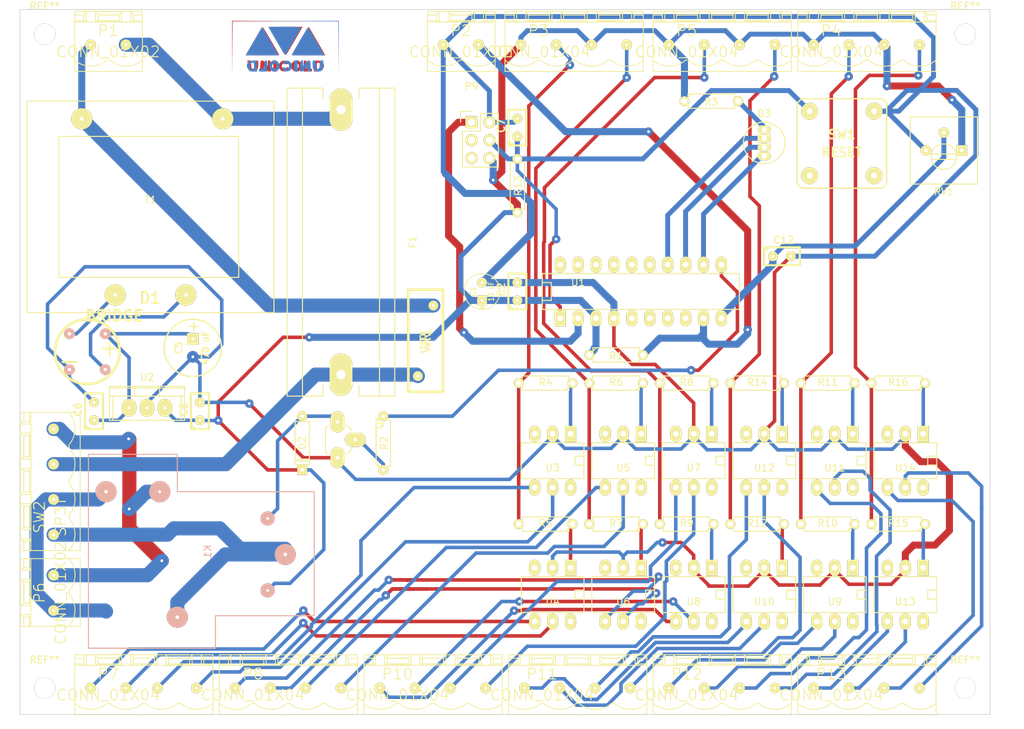
<source format=kicad_pcb>
(kicad_pcb (version 4) (host pcbnew 4.0.0~rc1a-stable)
  (layers (0 F.Cu signal) (31 B.Cu signal) (34 B.Paste user) (35 F.Paste user) (36 B.SilkS user) (37 F.SilkS user) (38 B.Mask user) (39 F.Mask user) (44 Edge.Cuts user))
  (net 0 "")
  (net 1 "Net-(D2-Pad1)")
  (net 2 /vreg)
  (net 3 "Net-(D3-Pad1)")
  (net 4 "Net-(D3-Pad2)")
  (net 5 "Net-(D3-Pad3)")
  (net 6 "Net-(D3-Pad4)")
  (net 7 /L)
  (net 8 /NA)
  (net 9 /C)
  (net 10 /NC)
  (net 11 /N)
  (net 12 GND)
  (net 13 "Net-(P2-Pad2)")
  (net 14 "Net-(P3-Pad4)")
  (net 15 "Net-(P3-Pad2)")
  (net 16 "Net-(P4-Pad4)")
  (net 17 "Net-(P4-Pad2)")
  (net 18 "Net-(P5-Pad4)")
  (net 19 "Net-(P5-Pad2)")
  (net 20 "Net-(P7-Pad1)")
  (net 21 "Net-(P7-Pad3)")
  (net 22 "Net-(P7-Pad4)")
  (net 23 "Net-(P7-Pad2)")
  (net 24 "Net-(P8-Pad1)")
  (net 25 "Net-(P8-Pad3)")
  (net 26 "Net-(P8-Pad4)")
  (net 27 "Net-(P8-Pad2)")
  (net 28 /BDM)
  (net 29 "Net-(P9-Pad3)")
  (net 30 /RESET)
  (net 31 "Net-(P9-Pad5)")
  (net 32 "Net-(P10-Pad1)")
  (net 33 "Net-(P10-Pad3)")
  (net 34 "Net-(P10-Pad4)")
  (net 35 "Net-(P10-Pad2)")
  (net 36 "Net-(P11-Pad1)")
  (net 37 "Net-(P11-Pad3)")
  (net 38 "Net-(P11-Pad4)")
  (net 39 "Net-(P11-Pad2)")
  (net 40 "Net-(P12-Pad1)")
  (net 41 "Net-(P12-Pad3)")
  (net 42 "Net-(P12-Pad4)")
  (net 43 "Net-(P12-Pad2)")
  (net 44 "Net-(P13-Pad1)")
  (net 45 "Net-(P13-Pad3)")
  (net 46 "Net-(P13-Pad4)")
  (net 47 "Net-(P13-Pad2)")
  (net 48 "Net-(Q1-Pad2)")
  (net 49 "Net-(R2-Pad2)")
  (net 50 "Net-(R4-Pad1)")
  (net 51 "Net-(R5-Pad1)")
  (net 52 "Net-(R6-Pad1)")
  (net 53 "Net-(R7-Pad1)")
  (net 54 "Net-(R8-Pad1)")
  (net 55 "Net-(R9-Pad1)")
  (net 56 "Net-(R10-Pad1)")
  (net 57 "Net-(R11-Pad1)")
  (net 58 "Net-(R12-Pad1)")
  (net 59 "Net-(R14-Pad1)")
  (net 60 "Net-(R15-Pad1)")
  (net 61 "Net-(R16-Pad1)")
  (net 62 /ST)
  (net 63 "Net-(D1-Pad2)")
  (net 64 "Net-(D1-Pad4)")
  (net 65 "Net-(U1-Pad5)")
  (net 66 "Net-(U1-Pad6)")
  (net 67 "Net-(U1-Pad7)")
  (net 68 "Net-(U1-Pad8)")
  (net 69 "Net-(U1-Pad15)")
  (net 70 "Net-(U1-Pad16)")
  (net 71 "Net-(U1-Pad17)")
  (net 72 "Net-(U1-Pad18)")
  (net 73 "Net-(U1-Pad19)")
  (net 74 "Net-(U1-Pad20)")
  (net 75 "Net-(U3-Pad6)")
  (net 76 "Net-(U4-Pad6)")
  (net 77 "Net-(U5-Pad6)")
  (net 78 "Net-(U6-Pad6)")
  (net 79 "Net-(U7-Pad6)")
  (net 80 "Net-(U8-Pad6)")
  (net 81 "Net-(U9-Pad6)")
  (net 82 "Net-(U10-Pad6)")
  (net 83 "Net-(U11-Pad6)")
  (net 84 "Net-(U12-Pad6)")
  (net 85 "Net-(U13-Pad4)")
  (net 86 "Net-(U14-Pad6)")
  (net 87 /F1)
  (net 88 /24V)
  (module PHOENIX_MSTBA2,54-G_4 (layer F.Cu) (at 153.5 126.25)
    (fp_text reference P11 (at -5 -2) (layer F.SilkS))
    (fp_text value CONN_01X04 (at -5 1) (layer F.SilkS))
    (pad 1 thru_hole circle (at -7.5 0) (size 1.524 1.524) (drill 0.4) (layers *.Cu *.Mask F.SilkS) (net 39 "Net-(P11-Pad2)"))
    (pad 2 thru_hole circle (at -2.5 0) (size 1.524 1.524) (drill 0.4) (layers *.Cu *.Mask F.SilkS) (net 36 "Net-(P11-Pad1)"))
    (pad 3 thru_hole circle (at 2.5 0) (size 1.524 1.524) (drill 0.4) (layers *.Cu *.Mask F.SilkS) (net 38 "Net-(P11-Pad4)"))
    (pad 4 thru_hole circle (at 7.5 0) (size 1.524 1.524) (drill 0.4) (layers *.Cu *.Mask F.SilkS) (net 37 "Net-(P11-Pad3)"))
  )
  (module PHOENIX_MSTBA2,54-G_4 (layer F.Cu) (at 133 126.25)
    (fp_text reference P10 (at -5 -2) (layer F.SilkS))
    (fp_text value CONN_01X04 (at -5 1) (layer F.SilkS))
    (pad 1 thru_hole circle (at -7.5 0) (size 1.524 1.524) (drill 0.4) (layers *.Cu *.Mask F.SilkS) (net 34 "Net-(P10-Pad4)"))
    (pad 2 thru_hole circle (at -2.5 0) (size 1.524 1.524) (drill 0.4) (layers *.Cu *.Mask F.SilkS) (net 33 "Net-(P10-Pad3)"))
    (pad 3 thru_hole circle (at 2.5 0) (size 1.524 1.524) (drill 0.4) (layers *.Cu *.Mask F.SilkS) (net 35 "Net-(P10-Pad2)"))
    (pad 4 thru_hole circle (at 7.5 0) (size 1.524 1.524) (drill 0.4) (layers *.Cu *.Mask F.SilkS) (net 32 "Net-(P10-Pad1)"))
  )
  (module PHOENIX_MSTBA2,54-G_4 (layer F.Cu) (at 194.5 126.25)
    (fp_text reference P13 (at -5 -2) (layer F.SilkS))
    (fp_text value CONN_01X04 (at -5 1) (layer F.SilkS))
    (pad 1 thru_hole circle (at -7.5 0) (size 1.524 1.524) (drill 0.4) (layers *.Cu *.Mask F.SilkS) (net 85 "Net-(U13-Pad4)"))
    (pad 2 thru_hole circle (at -2.5 0) (size 1.524 1.524) (drill 0.4) (layers *.Cu *.Mask F.SilkS) (net 44 "Net-(P13-Pad1)"))
    (pad 3 thru_hole circle (at 2.5 0) (size 1.524 1.524) (drill 0.4) (layers *.Cu *.Mask F.SilkS) (net 46 "Net-(P13-Pad4)"))
    (pad 4 thru_hole circle (at 7.5 0) (size 1.524 1.524) (drill 0.4) (layers *.Cu *.Mask F.SilkS) (net 45 "Net-(P13-Pad3)"))
  )
  (module PHOENIX_MSTBA2,54-G_4 (layer F.Cu) (at 174 126.25)
    (fp_text reference P12 (at -5 -2) (layer F.SilkS))
    (fp_text value CONN_01X04 (at -5 1) (layer F.SilkS))
    (pad 1 thru_hole circle (at -7.5 0) (size 1.524 1.524) (drill 0.4) (layers *.Cu *.Mask F.SilkS) (net 40 "Net-(P12-Pad1)"))
    (pad 2 thru_hole circle (at -2.5 0) (size 1.524 1.524) (drill 0.4) (layers *.Cu *.Mask F.SilkS) (net 43 "Net-(P12-Pad2)"))
    (pad 3 thru_hole circle (at 2.5 0) (size 1.524 1.524) (drill 0.4) (layers *.Cu *.Mask F.SilkS) (net 41 "Net-(P12-Pad3)"))
    (pad 4 thru_hole circle (at 7.5 0) (size 1.524 1.524) (drill 0.4) (layers *.Cu *.Mask F.SilkS) (net 42 "Net-(P12-Pad4)"))
  )
  (module PHOENIX_MSTBA2,54-G_4 (layer F.Cu) (at 112.5 126.25)
    (fp_text reference P8 (at -5 -2) (layer F.SilkS))
    (fp_text value CONN_01X04 (at -5 1) (layer F.SilkS))
    (pad 1 thru_hole circle (at -7.5 0) (size 1.524 1.524) (drill 0.4) (layers *.Cu *.Mask F.SilkS) (net 26 "Net-(P8-Pad4)"))
    (pad 2 thru_hole circle (at -2.5 0) (size 1.524 1.524) (drill 0.4) (layers *.Cu *.Mask F.SilkS) (net 25 "Net-(P8-Pad3)"))
    (pad 3 thru_hole circle (at 2.5 0) (size 1.524 1.524) (drill 0.4) (layers *.Cu *.Mask F.SilkS) (net 27 "Net-(P8-Pad2)"))
    (pad 4 thru_hole circle (at 7.5 0) (size 1.524 1.524) (drill 0.4) (layers *.Cu *.Mask F.SilkS) (net 24 "Net-(P8-Pad1)"))
  )
  (module PHOENIX_MSTBA2,54-G_4 (layer F.Cu) (at 92 126.25)
    (fp_text reference P7 (at -5 -2) (layer F.SilkS))
    (fp_text value CONN_01X04 (at -5 1) (layer F.SilkS))
    (pad 1 thru_hole circle (at -7.5 0) (size 1.524 1.524) (drill 0.4) (layers *.Cu *.Mask F.SilkS) (net 22 "Net-(P7-Pad4)"))
    (pad 2 thru_hole circle (at -2.5 0) (size 1.524 1.524) (drill 0.4) (layers *.Cu *.Mask F.SilkS) (net 21 "Net-(P7-Pad3)"))
    (pad 3 thru_hole circle (at 2 0) (size 1.524 1.524) (drill 0.4) (layers *.Cu *.Mask F.SilkS) (net 23 "Net-(P7-Pad2)"))
    (pad 4 thru_hole circle (at 7.5 0) (size 1.524 1.524) (drill 0.4) (layers *.Cu *.Mask F.SilkS) (net 20 "Net-(P7-Pad1)"))
  )
  (module PHOENIX_MSTBA2,54-G_2 (layer F.Cu) (at 79.25 112.75 90)
    (fp_text reference P6 (at 0 -2 90) (layer F.SilkS))
    (fp_text value CONN_01X02 (at 0 1 90) (layer F.SilkS))
    (pad 1 thru_hole circle (at -2.5 0 90) (size 1.524 1.524) (drill 0.4) (layers *.Cu *.Mask F.SilkS) (net 10 /NC))
    (pad 2 thru_hole circle (at 2.5 0 90) (size 1.524 1.524) (drill 0.4) (layers *.Cu *.Mask F.SilkS) (net 8 /NA))
  )
  (module PHOENIX_MSTBA2,54-G_4 (layer F.Cu) (at 79.25 97 90)
    (fp_text reference SW2 (at -5 -2 90) (layer F.SilkS))
    (fp_text value SP3T (at -5 1 90) (layer F.SilkS))
    (pad 1 thru_hole circle (at -7.5 0 90) (size 1.524 1.524) (drill 0.4) (layers *.Cu *.Mask F.SilkS) (net 9 /C))
    (pad 2 thru_hole circle (at -2.5 0 90) (size 1.524 1.524) (drill 0.4) (layers *.Cu *.Mask F.SilkS) (net 10 /NC))
    (pad 3 thru_hole circle (at 2.5 0 90) (size 1.524 1.524) (drill 0.4) (layers *.Cu *.Mask F.SilkS) (net 87 /F1))
    (pad 4 thru_hole circle (at 7.5 0 90) (size 1.524 1.524) (drill 0.4) (layers *.Cu *.Mask F.SilkS) (net 8 /NA))
  )
  (module locales:PHOENIX_MSTBA2,54-G_4 (layer F.Cu) (at 194.5 35)
    (fp_text reference P4 (at -5 -2) (layer F.SilkS))
    (fp_text value CONN_01X04 (at -5 1) (layer F.SilkS))
    (pad 1 thru_hole circle (at -7.5 0) (size 1.524 1.524) (drill 0.4) (layers *.Cu *.Mask F.SilkS) (net 2 /vreg))
    (pad 2 thru_hole circle (at -2.5 0) (size 1.524 1.524) (drill 0.4) (layers *.Cu *.Mask F.SilkS) (net 16 "Net-(P4-Pad4)"))
    (pad 3 thru_hole circle (at 2.5 0) (size 1.524 1.524) (drill 0.4) (layers *.Cu *.Mask F.SilkS) (net 2 /vreg))
    (pad 4 thru_hole circle (at 7.5 0) (size 1.524 1.524) (drill 0.4) (layers *.Cu *.Mask F.SilkS) (net 17 "Net-(P4-Pad2)"))
  )
  (module locales:PHOENIX_MSTBA2,54-G_4 (layer F.Cu) (at 174 35)
    (fp_text reference P5 (at -5 -2) (layer F.SilkS))
    (fp_text value CONN_01X04 (at -5 1) (layer F.SilkS))
    (pad 1 thru_hole circle (at -7.5 0) (size 1.524 1.524) (drill 0.4) (layers *.Cu *.Mask F.SilkS) (net 2 /vreg))
    (pad 2 thru_hole circle (at -2.5 0) (size 1.524 1.524) (drill 0.4) (layers *.Cu *.Mask F.SilkS) (net 18 "Net-(P5-Pad4)"))
    (pad 3 thru_hole circle (at 2.5 0) (size 1.524 1.524) (drill 0.4) (layers *.Cu *.Mask F.SilkS) (net 2 /vreg))
    (pad 4 thru_hole circle (at 7.5 0) (size 1.524 1.524) (drill 0.4) (layers *.Cu *.Mask F.SilkS) (net 19 "Net-(P5-Pad2)"))
  )
  (module locales:PHOENIX_MSTBA2,54-G_4 (layer F.Cu) (at 153 35)
    (fp_text reference P3 (at -5 -2) (layer F.SilkS))
    (fp_text value CONN_01X04 (at -5 1) (layer F.SilkS))
    (pad 1 thru_hole circle (at -7.5 0) (size 1.524 1.524) (drill 0.4) (layers *.Cu *.Mask F.SilkS) (net 2 /vreg))
    (pad 2 thru_hole circle (at -2.5 0) (size 1.524 1.524) (drill 0.4) (layers *.Cu *.Mask F.SilkS) (net 14 "Net-(P3-Pad4)"))
    (pad 3 thru_hole circle (at 2.5 0) (size 1.524 1.524) (drill 0.4) (layers *.Cu *.Mask F.SilkS) (net 2 /vreg))
    (pad 4 thru_hole circle (at 7.5 0) (size 1.524 1.524) (drill 0.4) (layers *.Cu *.Mask F.SilkS) (net 15 "Net-(P3-Pad2)"))
  )
  (module locales:PHOENIX_MSTBA2,54-G_2 (layer F.Cu) (at 137 35)
    (fp_text reference P2 (at 0 -2) (layer F.SilkS))
    (fp_text value CONN_01X02 (at 0 1) (layer F.SilkS))
    (pad 1 thru_hole circle (at -2.5 0) (size 1.524 1.524) (drill 0.4) (layers *.Cu *.Mask F.SilkS) (net 12 GND))
    (pad 2 thru_hole circle (at 2.5 0) (size 1.524 1.524) (drill 0.4) (layers *.Cu *.Mask F.SilkS) (net 13 "Net-(P2-Pad2)"))
  )
  (module locales:PHOENIX_MSTBA2,54-G_2 (layer F.Cu) (at 87 35)
    (fp_text reference P1 (at 0 -2) (layer F.SilkS))
    (fp_text value CONN_01X02 (at 0 1) (layer F.SilkS))
    (pad 1 thru_hole circle (at -2.5 0) (size 1.524 1.524) (drill 0.4) (layers *.Cu *.Mask F.SilkS) (net 11 /N))
    (pad 2 thru_hole circle (at 2.5 0) (size 1.524 1.524) (drill 0.4) (layers *.Cu *.Mask F.SilkS) (net 7 /L))
  )
  (module locales:SIOV-S20K150 (layer F.Cu) (at 132 77 90)
    (fp_text reference VR1 (at 0 0 90) (layer F.SilkS) (effects (font (size 1.397 1.27) (thickness 0.2032))))
    (fp_text value VR (at 0 0 90) (layer F.SilkS) (effects (font (size 1.397 1.27) (thickness 0.2032))))
    (pad 1 thru_hole circle (at -5 -1.1 90) (size 1.397 1.397) (drill 0.4) (layers *.Cu *.Mask F.SilkS) (net 87 /F1))
    (pad 2 thru_hole circle (at 5 1.1 90) (size 1.397 1.397) (drill 0.4) (layers *.Cu *.Mask F.SilkS) (net 11 /N))
  )
  (module Discret:D3 (layer F.Cu) (at 114.5 91.5 270)
    (fp_text reference D2 (at 0 0 270) (layer F.SilkS))
    (fp_text value 1N4001)
    (pad 1 thru_hole rect (at 3.81 0 270) (size 1.397 1.397) (drill 0.5) (layers *.Cu *.Mask F.SilkS) (net 2 /vreg))
    (pad 2 thru_hole circle (at -3.81 0 270) (size 1.397 1.397) (drill 0.5) (layers *.Cu *.Mask F.SilkS) (net 1 "Net-(D2-Pad1)"))
  )
  (module LEDs:LED-RGB-5MM_Common_Cathode (layer F.Cu) (at 180 47)
    (fp_text reference D3 (at 0 -2.25) (layer F.SilkS))
    (fp_text value Led_RGB_CA)
    (pad 1 thru_hole oval (at 0 0) (size 1.905 1.1176) (drill 0.762) (layers *.Cu *.Mask F.SilkS) (net 3 "Net-(D3-Pad1)"))
    (pad 2 thru_hole rect (at 0 1.27) (size 1.905 1.1176) (drill 0.762) (layers *.Cu *.Mask F.SilkS) (net 4 "Net-(D3-Pad2)"))
    (pad 3 thru_hole oval (at 0 2.54) (size 1.905 1.1176) (drill 0.762) (layers *.Cu *.Mask F.SilkS) (net 5 "Net-(D3-Pad3)"))
    (pad 4 thru_hole oval (at 0 3.81) (size 1.905 1.1176) (drill 0.762) (layers *.Cu *.Mask F.SilkS) (net 6 "Net-(D3-Pad4)"))
  )
  (module Fuse_Holders_and_Fuses:Fuseholder6x32_Horiz_Open_Schurter0031-8002 (layer F.Cu) (at 120 63 270)
    (fp_text reference F1 (at 0 -10.16 270) (layer F.SilkS))
    (fp_text value FUSE)
    (pad "" np_thru_hole circle (at 0 0 270) (size 3.2512 3.2512) (drill 3.2512) (layers *.Cu *.Mask F.SilkS))
    (pad 2 thru_hole oval (at 18.796 0) (size 3.2512 5.99948) (drill 1.30048) (layers *.Cu *.Mask F.SilkS) (net 87 /F1))
    (pad 1 thru_hole oval (at -18.796 0) (size 3.2512 5.99948) (drill 1.30048) (layers *.Cu *.Mask F.SilkS) (net 7 /L))
  )
  (module Pin_Headers:Pin_Header_Straight_2x03 (layer F.Cu) (at 138.5 46)
    (fp_text reference P9 (at 0 -5.1) (layer F.SilkS))
    (fp_text value BDM)
    (pad 1 thru_hole rect (at 0 0) (size 1.7272 1.7272) (drill 1.016) (layers *.Cu *.Mask F.SilkS) (net 28 /BDM))
    (pad 2 thru_hole oval (at 2.54 0) (size 1.7272 1.7272) (drill 1.016) (layers *.Cu *.Mask F.SilkS) (net 12 GND))
    (pad 3 thru_hole oval (at 0 2.54) (size 1.7272 1.7272) (drill 1.016) (layers *.Cu *.Mask F.SilkS) (net 29 "Net-(P9-Pad3)"))
    (pad 4 thru_hole oval (at 2.54 2.54) (size 1.7272 1.7272) (drill 1.016) (layers *.Cu *.Mask F.SilkS) (net 30 /RESET))
    (pad 5 thru_hole oval (at 0 5.08) (size 1.7272 1.7272) (drill 1.016) (layers *.Cu *.Mask F.SilkS) (net 31 "Net-(P9-Pad5)"))
    (pad 6 thru_hole oval (at 2.54 5.08) (size 1.7272 1.7272) (drill 1.016) (layers *.Cu *.Mask F.SilkS) (net 2 /vreg))
  )
  (module Housings_TO-92:TO-92_Rugged (layer F.Cu) (at 119.5 88.5 270)
    (fp_text reference Q1 (at 0 -6 270) (layer F.SilkS))
    (fp_text value BC237)
    (pad 2 thru_hole oval (at 2.54 -2.54) (size 2.99974 1.99898) (drill 0.5) (layers *.Cu *.Mask F.SilkS) (net 48 "Net-(Q1-Pad2)"))
    (pad 1 thru_hole oval (at 0 0) (size 1.99898 2.99974) (drill 0.5) (layers *.Cu *.Mask F.SilkS) (net 1 "Net-(D2-Pad1)"))
    (pad 3 thru_hole oval (at 5.08 0) (size 1.99898 2.99974) (drill 0.5) (layers *.Cu *.Mask F.SilkS) (net 12 GND))
  )
  (module Discret:R3 (layer F.Cu) (at 159 79)
    (fp_text reference R1 (at 0 0.127) (layer F.SilkS))
    (fp_text value 10k)
    (pad 1 thru_hole circle (at -3.81 0) (size 1.397 1.397) (drill 0.8128) (layers *.Cu *.Mask F.SilkS) (net 2 /vreg))
    (pad 2 thru_hole circle (at 3.81 0) (size 1.397 1.397) (drill 0.8128) (layers *.Cu *.Mask F.SilkS) (net 13 "Net-(P2-Pad2)"))
  )
  (module Discret:R3 (layer F.Cu) (at 126 91.5 90)
    (fp_text reference R2 (at 0 0.127 90) (layer F.SilkS))
    (fp_text value 1k)
    (pad 1 thru_hole circle (at -3.81 0 90) (size 1.397 1.397) (drill 0.5) (layers *.Cu *.Mask F.SilkS) (net 48 "Net-(Q1-Pad2)"))
    (pad 2 thru_hole circle (at 3.81 0 90) (size 1.397 1.397) (drill 0.5) (layers *.Cu *.Mask F.SilkS) (net 49 "Net-(R2-Pad2)"))
  )
  (module Discret:R3 (layer F.Cu) (at 172.5 43)
    (fp_text reference R3 (at 0 0.127) (layer F.SilkS))
    (fp_text value 1k)
    (pad 1 thru_hole circle (at -3.81 0) (size 1.397 1.397) (drill 0.8128) (layers *.Cu *.Mask F.SilkS) (net 2 /vreg))
    (pad 2 thru_hole circle (at 3.81 0) (size 1.397 1.397) (drill 0.8128) (layers *.Cu *.Mask F.SilkS) (net 3 "Net-(D3-Pad1)"))
  )
  (module Discret:R3 (layer F.Cu) (at 149 83 180)
    (fp_text reference R4 (at 0 0.127 180) (layer F.SilkS))
    (fp_text value 220)
    (pad 1 thru_hole circle (at -3.81 0 180) (size 1.397 1.397) (drill 0.8128) (layers *.Cu *.Mask F.SilkS) (net 50 "Net-(R4-Pad1)"))
    (pad 2 thru_hole circle (at 3.81 0 180) (size 1.397 1.397) (drill 0.8128) (layers *.Cu *.Mask F.SilkS) (net 14 "Net-(P3-Pad4)"))
  )
  (module Discret:R3 (layer F.Cu) (at 149 103 180)
    (fp_text reference R5 (at 0 0.127 180) (layer F.SilkS))
    (fp_text value 220)
    (pad 1 thru_hole circle (at -3.81 0 180) (size 1.397 1.397) (drill 0.8128) (layers *.Cu *.Mask F.SilkS) (net 51 "Net-(R5-Pad1)"))
    (pad 2 thru_hole circle (at 3.81 0 180) (size 1.397 1.397) (drill 0.8128) (layers *.Cu *.Mask F.SilkS) (net 14 "Net-(P3-Pad4)"))
  )
  (module Discret:R3 (layer F.Cu) (at 159 83 180)
    (fp_text reference R6 (at 0 0.127 180) (layer F.SilkS))
    (fp_text value 220)
    (pad 1 thru_hole circle (at -3.81 0 180) (size 1.397 1.397) (drill 0.8128) (layers *.Cu *.Mask F.SilkS) (net 52 "Net-(R6-Pad1)"))
    (pad 2 thru_hole circle (at 3.81 0 180) (size 1.397 1.397) (drill 0.8128) (layers *.Cu *.Mask F.SilkS) (net 15 "Net-(P3-Pad2)"))
  )
  (module Discret:R3 (layer F.Cu) (at 159 103 180)
    (fp_text reference R7 (at 0 0.127 180) (layer F.SilkS))
    (fp_text value 220)
    (pad 1 thru_hole circle (at -3.81 0 180) (size 1.397 1.397) (drill 0.8128) (layers *.Cu *.Mask F.SilkS) (net 53 "Net-(R7-Pad1)"))
    (pad 2 thru_hole circle (at 3.81 0 180) (size 1.397 1.397) (drill 0.8128) (layers *.Cu *.Mask F.SilkS) (net 15 "Net-(P3-Pad2)"))
  )
  (module Discret:R3 (layer F.Cu) (at 169 83 180)
    (fp_text reference R8 (at 0 0.127 180) (layer F.SilkS))
    (fp_text value 220)
    (pad 1 thru_hole circle (at -3.81 0 180) (size 1.397 1.397) (drill 0.8128) (layers *.Cu *.Mask F.SilkS) (net 54 "Net-(R8-Pad1)"))
    (pad 2 thru_hole circle (at 3.81 0 180) (size 1.397 1.397) (drill 0.8128) (layers *.Cu *.Mask F.SilkS) (net 18 "Net-(P5-Pad4)"))
  )
  (module Discret:R3 (layer F.Cu) (at 169 103 180)
    (fp_text reference R9 (at 0 0.127 180) (layer F.SilkS))
    (fp_text value 220)
    (pad 1 thru_hole circle (at -3.81 0 180) (size 1.397 1.397) (drill 0.8128) (layers *.Cu *.Mask F.SilkS) (net 55 "Net-(R9-Pad1)"))
    (pad 2 thru_hole circle (at 3.81 0 180) (size 1.397 1.397) (drill 0.8128) (layers *.Cu *.Mask F.SilkS) (net 18 "Net-(P5-Pad4)"))
  )
  (module Discret:R3 (layer F.Cu) (at 189 103 180)
    (fp_text reference R10 (at 0 0.127 180) (layer F.SilkS))
    (fp_text value 220)
    (pad 1 thru_hole circle (at -3.81 0 180) (size 1.397 1.397) (drill 0.8128) (layers *.Cu *.Mask F.SilkS) (net 56 "Net-(R10-Pad1)"))
    (pad 2 thru_hole circle (at 3.81 0 180) (size 1.397 1.397) (drill 0.8128) (layers *.Cu *.Mask F.SilkS) (net 16 "Net-(P4-Pad4)"))
  )
  (module Discret:R3 (layer F.Cu) (at 189 83 180)
    (fp_text reference R11 (at 0 0.127 180) (layer F.SilkS))
    (fp_text value 220)
    (pad 1 thru_hole circle (at -3.81 0 180) (size 1.397 1.397) (drill 0.8128) (layers *.Cu *.Mask F.SilkS) (net 57 "Net-(R11-Pad1)"))
    (pad 2 thru_hole circle (at 3.81 0 180) (size 1.397 1.397) (drill 0.8128) (layers *.Cu *.Mask F.SilkS) (net 16 "Net-(P4-Pad4)"))
  )
  (module Discret:R3 (layer F.Cu) (at 179 103 180)
    (fp_text reference R12 (at 0 0.127 180) (layer F.SilkS))
    (fp_text value 220)
    (pad 1 thru_hole circle (at -3.81 0 180) (size 1.397 1.397) (drill 0.8128) (layers *.Cu *.Mask F.SilkS) (net 58 "Net-(R12-Pad1)"))
    (pad 2 thru_hole circle (at 3.81 0 180) (size 1.397 1.397) (drill 0.8128) (layers *.Cu *.Mask F.SilkS) (net 19 "Net-(P5-Pad2)"))
  )
  (module Discret:R3 (layer F.Cu) (at 145 55 90)
    (fp_text reference R13 (at 0 0.127 90) (layer F.SilkS))
    (fp_text value 10K)
    (pad 1 thru_hole circle (at -3.81 0 90) (size 1.397 1.397) (drill 0.8128) (layers *.Cu *.Mask F.SilkS) (net 2 /vreg))
    (pad 2 thru_hole circle (at 3.81 0 90) (size 1.397 1.397) (drill 0.8128) (layers *.Cu *.Mask F.SilkS) (net 30 /RESET))
  )
  (module Discret:R3 (layer F.Cu) (at 179 83 180)
    (fp_text reference R14 (at 0 0.127 180) (layer F.SilkS))
    (fp_text value 220)
    (pad 1 thru_hole circle (at -3.81 0 180) (size 1.397 1.397) (drill 0.8128) (layers *.Cu *.Mask F.SilkS) (net 59 "Net-(R14-Pad1)"))
    (pad 2 thru_hole circle (at 3.81 0 180) (size 1.397 1.397) (drill 0.8128) (layers *.Cu *.Mask F.SilkS) (net 19 "Net-(P5-Pad2)"))
  )
  (module Discret:R3 (layer F.Cu) (at 199 103 180)
    (fp_text reference R15 (at 0 0.127 180) (layer F.SilkS))
    (fp_text value 220)
    (pad 1 thru_hole circle (at -3.81 0 180) (size 1.397 1.397) (drill 0.8128) (layers *.Cu *.Mask F.SilkS) (net 60 "Net-(R15-Pad1)"))
    (pad 2 thru_hole circle (at 3.81 0 180) (size 1.397 1.397) (drill 0.8128) (layers *.Cu *.Mask F.SilkS) (net 17 "Net-(P4-Pad2)"))
  )
  (module Discret:R3 (layer F.Cu) (at 199 83 180)
    (fp_text reference R16 (at 0 0.127 180) (layer F.SilkS))
    (fp_text value 220)
    (pad 1 thru_hole circle (at -3.81 0 180) (size 1.397 1.397) (drill 0.8128) (layers *.Cu *.Mask F.SilkS) (net 61 "Net-(R16-Pad1)"))
    (pad 2 thru_hole circle (at 3.81 0 180) (size 1.397 1.397) (drill 0.8128) (layers *.Cu *.Mask F.SilkS) (net 17 "Net-(P4-Pad2)"))
  )
  (module Potentiometers:Potentiometer_Trimmer-Suntan-TSR-3386P (layer F.Cu) (at 208 50 180)
    (fp_text reference RV1 (at 2.54 -5.842 180) (layer F.SilkS))
    (fp_text value POT)
    (pad 3 thru_hole circle (at 5.08 0 180) (size 1.51 1.51) (drill 0.51) (layers *.Cu *.Mask F.SilkS) (net 12 GND))
    (pad 1 thru_hole rect (at 0 0 180) (size 1.51 1.51) (drill 0.51) (layers *.Cu *.Mask F.SilkS) (net 2 /vreg))
    (pad 2 thru_hole circle (at 2.54 2.54 180) (size 1.51 1.51) (drill 0.51) (layers *.Cu *.Mask F.SilkS) (net 62 /ST))
  )
  (module locales:TFCOBSIL2209VCA200mA (layer F.Cu) (at 93 58 180)
    (fp_text reference T1 (at 0 1 180) (layer F.SilkS))
    (fp_text value TRANSFO)
    (pad 1 thru_hole circle (at -10.25 12.5 180) (size 3 3) (drill 0.5) (layers *.Cu *.Mask F.SilkS) (net 7 /L))
    (pad 2 thru_hole circle (at 9.75 12.5 180) (size 3 3) (drill 0.5) (layers *.Cu *.Mask F.SilkS) (net 11 /N))
    (pad 3 thru_hole circle (at -5 -12.5 180) (size 3 3) (drill 0.5) (layers *.Cu *.Mask F.SilkS) (net 63 "Net-(D1-Pad2)"))
    (pad 4 thru_hole circle (at 5 -12.5 180) (size 3 3) (drill 0.5) (layers *.Cu *.Mask F.SilkS) (net 64 "Net-(D1-Pad4)"))
  )
  (module Sockets_DIP:DIP-20__300_ELL (layer F.Cu) (at 162.5 70)
    (fp_text reference U1 (at -8.89 -1.27) (layer F.SilkS))
    (fp_text value MC9S08SH8)
    (pad 1 thru_hole rect (at -11.43 3.81) (size 1.5748 2.286) (drill 0.8128) (layers *.Cu *.Mask F.SilkS) (net 30 /RESET))
    (pad 2 thru_hole oval (at -8.89 3.81) (size 1.5748 2.286) (drill 0.8128) (layers *.Cu *.Mask F.SilkS) (net 28 /BDM))
    (pad 3 thru_hole oval (at -6.35 3.81) (size 1.5748 2.286) (drill 0.8128) (layers *.Cu *.Mask F.SilkS) (net 2 /vreg))
    (pad 4 thru_hole oval (at -3.81 3.81) (size 1.5748 2.286) (drill 0.8128) (layers *.Cu *.Mask F.SilkS) (net 12 GND))
    (pad 5 thru_hole oval (at -1.27 3.81) (size 1.5748 2.286) (drill 0.8128) (layers *.Cu *.Mask F.SilkS) (net 65 "Net-(U1-Pad5)"))
    (pad 6 thru_hole oval (at 1.27 3.81) (size 1.5748 2.286) (drill 0.8128) (layers *.Cu *.Mask F.SilkS) (net 66 "Net-(U1-Pad6)"))
    (pad 7 thru_hole oval (at 3.81 3.81) (size 1.5748 2.286) (drill 0.8128) (layers *.Cu *.Mask F.SilkS) (net 67 "Net-(U1-Pad7)"))
    (pad 8 thru_hole oval (at 6.35 3.81) (size 1.5748 2.286) (drill 0.8128) (layers *.Cu *.Mask F.SilkS) (net 68 "Net-(U1-Pad8)"))
    (pad 9 thru_hole oval (at 8.89 3.81) (size 1.5748 2.286) (drill 0.8128) (layers *.Cu *.Mask F.SilkS) (net 13 "Net-(P2-Pad2)"))
    (pad 10 thru_hole oval (at 11.43 3.81) (size 1.5748 2.286) (drill 0.8128) (layers *.Cu *.Mask F.SilkS) (net 62 /ST))
    (pad 11 thru_hole oval (at 11.43 -3.81) (size 1.5748 2.286) (drill 0.8128) (layers *.Cu *.Mask F.SilkS) (net 49 "Net-(R2-Pad2)"))
    (pad 12 thru_hole oval (at 8.89 -3.81) (size 1.5748 2.286) (drill 0.8128) (layers *.Cu *.Mask F.SilkS) (net 6 "Net-(D3-Pad4)"))
    (pad 13 thru_hole oval (at 6.35 -3.81) (size 1.5748 2.286) (drill 0.8128) (layers *.Cu *.Mask F.SilkS) (net 5 "Net-(D3-Pad3)"))
    (pad 14 thru_hole oval (at 3.81 -3.81) (size 1.5748 2.286) (drill 0.8128) (layers *.Cu *.Mask F.SilkS) (net 4 "Net-(D3-Pad2)"))
    (pad 15 thru_hole oval (at 1.27 -3.81) (size 1.5748 2.286) (drill 0.8128) (layers *.Cu *.Mask F.SilkS) (net 69 "Net-(U1-Pad15)"))
    (pad 16 thru_hole oval (at -1.27 -3.81) (size 1.5748 2.286) (drill 0.8128) (layers *.Cu *.Mask F.SilkS) (net 70 "Net-(U1-Pad16)"))
    (pad 17 thru_hole oval (at -3.81 -3.81) (size 1.5748 2.286) (drill 0.8128) (layers *.Cu *.Mask F.SilkS) (net 71 "Net-(U1-Pad17)"))
    (pad 18 thru_hole oval (at -6.35 -3.81) (size 1.5748 2.286) (drill 0.8128) (layers *.Cu *.Mask F.SilkS) (net 72 "Net-(U1-Pad18)"))
    (pad 19 thru_hole oval (at -8.89 -3.81) (size 1.5748 2.286) (drill 0.8128) (layers *.Cu *.Mask F.SilkS) (net 73 "Net-(U1-Pad19)"))
    (pad 20 thru_hole oval (at -11.43 -3.81) (size 1.5748 2.286) (drill 0.8128) (layers *.Cu *.Mask F.SilkS) (net 74 "Net-(U1-Pad20)"))
  )
  (module Power_Integrations:TO-220 (layer F.Cu) (at 92.5 86.5)
    (fp_text reference U2 (at 0 -4.318) (layer F.SilkS))
    (fp_text value 78L05)
    (pad 2 thru_hole oval (at 0 0) (size 2.032 2.54) (drill 0.4) (layers *.Cu *.Mask F.SilkS) (net 12 GND))
    (pad 3 thru_hole oval (at 2.54 0) (size 2.032 2.54) (drill 0.4) (layers *.Cu *.Mask F.SilkS) (net 2 /vreg))
    (pad 1 thru_hole oval (at -2.54 0) (size 2.032 2.54) (drill 0.4) (layers *.Cu *.Mask F.SilkS) (net 88 /24V))
  )
  (module Sockets_DIP:DIP-6__300_ELL (layer F.Cu) (at 150 94 180)
    (fp_text reference U3 (at 0 -1.016 180) (layer F.SilkS))
    (fp_text value 4N25)
    (pad 1 thru_hole rect (at -2.54 3.81 180) (size 1.5748 2.286) (drill 0.8128) (layers *.Cu *.Mask F.SilkS) (net 50 "Net-(R4-Pad1)"))
    (pad 2 thru_hole oval (at 0 3.81 180) (size 1.5748 2.286) (drill 0.8128) (layers *.Cu *.Mask F.SilkS) (net 12 GND))
    (pad 3 thru_hole oval (at 2.54 3.81 180) (size 1.5748 2.286) (drill 0.8128) (layers *.Cu *.Mask F.SilkS))
    (pad 4 thru_hole oval (at 2.54 -3.81 180) (size 1.5748 2.286) (drill 0.8128) (layers *.Cu *.Mask F.SilkS) (net 23 "Net-(P7-Pad2)"))
    (pad 5 thru_hole oval (at 0 -3.81 180) (size 1.5748 2.286) (drill 0.8128) (layers *.Cu *.Mask F.SilkS) (net 20 "Net-(P7-Pad1)"))
    (pad 6 thru_hole oval (at -2.54 -3.81 180) (size 1.5748 2.286) (drill 0.8128) (layers *.Cu *.Mask F.SilkS) (net 75 "Net-(U3-Pad6)"))
  )
  (module Sockets_DIP:DIP-6__300_ELL (layer F.Cu) (at 150 113 180)
    (fp_text reference U4 (at 0 -1.016 180) (layer F.SilkS))
    (fp_text value 4N25)
    (pad 1 thru_hole rect (at -2.54 3.81 180) (size 1.5748 2.286) (drill 0.8128) (layers *.Cu *.Mask F.SilkS) (net 51 "Net-(R5-Pad1)"))
    (pad 2 thru_hole oval (at 0 3.81 180) (size 1.5748 2.286) (drill 0.8128) (layers *.Cu *.Mask F.SilkS) (net 12 GND))
    (pad 3 thru_hole oval (at 2.54 3.81 180) (size 1.5748 2.286) (drill 0.8128) (layers *.Cu *.Mask F.SilkS))
    (pad 4 thru_hole oval (at 2.54 -3.81 180) (size 1.5748 2.286) (drill 0.8128) (layers *.Cu *.Mask F.SilkS) (net 22 "Net-(P7-Pad4)"))
    (pad 5 thru_hole oval (at 0 -3.81 180) (size 1.5748 2.286) (drill 0.8128) (layers *.Cu *.Mask F.SilkS) (net 21 "Net-(P7-Pad3)"))
    (pad 6 thru_hole oval (at -2.54 -3.81 180) (size 1.5748 2.286) (drill 0.8128) (layers *.Cu *.Mask F.SilkS) (net 76 "Net-(U4-Pad6)"))
  )
  (module Sockets_DIP:DIP-6__300_ELL (layer F.Cu) (at 160 94 180)
    (fp_text reference U5 (at 0 -1.016 180) (layer F.SilkS))
    (fp_text value 4N25)
    (pad 1 thru_hole rect (at -2.54 3.81 180) (size 1.5748 2.286) (drill 0.8128) (layers *.Cu *.Mask F.SilkS) (net 52 "Net-(R6-Pad1)"))
    (pad 2 thru_hole oval (at 0 3.81 180) (size 1.5748 2.286) (drill 0.8128) (layers *.Cu *.Mask F.SilkS) (net 12 GND))
    (pad 3 thru_hole oval (at 2.54 3.81 180) (size 1.5748 2.286) (drill 0.8128) (layers *.Cu *.Mask F.SilkS))
    (pad 4 thru_hole oval (at 2.54 -3.81 180) (size 1.5748 2.286) (drill 0.8128) (layers *.Cu *.Mask F.SilkS) (net 27 "Net-(P8-Pad2)"))
    (pad 5 thru_hole oval (at 0 -3.81 180) (size 1.5748 2.286) (drill 0.8128) (layers *.Cu *.Mask F.SilkS) (net 24 "Net-(P8-Pad1)"))
    (pad 6 thru_hole oval (at -2.54 -3.81 180) (size 1.5748 2.286) (drill 0.8128) (layers *.Cu *.Mask F.SilkS) (net 77 "Net-(U5-Pad6)"))
  )
  (module Sockets_DIP:DIP-6__300_ELL (layer F.Cu) (at 160 113 180)
    (fp_text reference U6 (at 0 -1.016 180) (layer F.SilkS))
    (fp_text value 4N25)
    (pad 1 thru_hole rect (at -2.54 3.81 180) (size 1.5748 2.286) (drill 0.8128) (layers *.Cu *.Mask F.SilkS) (net 53 "Net-(R7-Pad1)"))
    (pad 2 thru_hole oval (at 0 3.81 180) (size 1.5748 2.286) (drill 0.8128) (layers *.Cu *.Mask F.SilkS) (net 12 GND))
    (pad 3 thru_hole oval (at 2.54 3.81 180) (size 1.5748 2.286) (drill 0.8128) (layers *.Cu *.Mask F.SilkS))
    (pad 4 thru_hole oval (at 2.54 -3.81 180) (size 1.5748 2.286) (drill 0.8128) (layers *.Cu *.Mask F.SilkS) (net 26 "Net-(P8-Pad4)"))
    (pad 5 thru_hole oval (at 0 -3.81 180) (size 1.5748 2.286) (drill 0.8128) (layers *.Cu *.Mask F.SilkS) (net 25 "Net-(P8-Pad3)"))
    (pad 6 thru_hole oval (at -2.54 -3.81 180) (size 1.5748 2.286) (drill 0.8128) (layers *.Cu *.Mask F.SilkS) (net 78 "Net-(U6-Pad6)"))
  )
  (module Sockets_DIP:DIP-6__300_ELL (layer F.Cu) (at 170 94 180)
    (fp_text reference U7 (at 0 -1.016 180) (layer F.SilkS))
    (fp_text value 4N25)
    (pad 1 thru_hole rect (at -2.54 3.81 180) (size 1.5748 2.286) (drill 0.8128) (layers *.Cu *.Mask F.SilkS) (net 54 "Net-(R8-Pad1)"))
    (pad 2 thru_hole oval (at 0 3.81 180) (size 1.5748 2.286) (drill 0.8128) (layers *.Cu *.Mask F.SilkS) (net 12 GND))
    (pad 3 thru_hole oval (at 2.54 3.81 180) (size 1.5748 2.286) (drill 0.8128) (layers *.Cu *.Mask F.SilkS))
    (pad 4 thru_hole oval (at 2.54 -3.81 180) (size 1.5748 2.286) (drill 0.8128) (layers *.Cu *.Mask F.SilkS) (net 35 "Net-(P10-Pad2)"))
    (pad 5 thru_hole oval (at 0 -3.81 180) (size 1.5748 2.286) (drill 0.8128) (layers *.Cu *.Mask F.SilkS) (net 32 "Net-(P10-Pad1)"))
    (pad 6 thru_hole oval (at -2.54 -3.81 180) (size 1.5748 2.286) (drill 0.8128) (layers *.Cu *.Mask F.SilkS) (net 79 "Net-(U7-Pad6)"))
  )
  (module Sockets_DIP:DIP-6__300_ELL (layer F.Cu) (at 170 113 180)
    (fp_text reference U8 (at 0 -1.016 180) (layer F.SilkS))
    (fp_text value 4N25)
    (pad 1 thru_hole rect (at -2.54 3.81 180) (size 1.5748 2.286) (drill 0.8128) (layers *.Cu *.Mask F.SilkS) (net 55 "Net-(R9-Pad1)"))
    (pad 2 thru_hole oval (at 0 3.81 180) (size 1.5748 2.286) (drill 0.8128) (layers *.Cu *.Mask F.SilkS) (net 12 GND))
    (pad 3 thru_hole oval (at 2.54 3.81 180) (size 1.5748 2.286) (drill 0.8128) (layers *.Cu *.Mask F.SilkS))
    (pad 4 thru_hole oval (at 2.54 -3.81 180) (size 1.5748 2.286) (drill 0.8128) (layers *.Cu *.Mask F.SilkS) (net 34 "Net-(P10-Pad4)"))
    (pad 5 thru_hole oval (at 0 -3.81 180) (size 1.5748 2.286) (drill 0.8128) (layers *.Cu *.Mask F.SilkS) (net 33 "Net-(P10-Pad3)"))
    (pad 6 thru_hole oval (at -2.54 -3.81 180) (size 1.5748 2.286) (drill 0.8128) (layers *.Cu *.Mask F.SilkS) (net 80 "Net-(U8-Pad6)"))
  )
  (module Sockets_DIP:DIP-6__300_ELL (layer F.Cu) (at 190 113 180)
    (fp_text reference U9 (at 0 -1.016 180) (layer F.SilkS))
    (fp_text value 4N25)
    (pad 1 thru_hole rect (at -2.54 3.81 180) (size 1.5748 2.286) (drill 0.8128) (layers *.Cu *.Mask F.SilkS) (net 56 "Net-(R10-Pad1)"))
    (pad 2 thru_hole oval (at 0 3.81 180) (size 1.5748 2.286) (drill 0.8128) (layers *.Cu *.Mask F.SilkS) (net 12 GND))
    (pad 3 thru_hole oval (at 2.54 3.81 180) (size 1.5748 2.286) (drill 0.8128) (layers *.Cu *.Mask F.SilkS))
    (pad 4 thru_hole oval (at 2.54 -3.81 180) (size 1.5748 2.286) (drill 0.8128) (layers *.Cu *.Mask F.SilkS) (net 40 "Net-(P12-Pad1)"))
    (pad 5 thru_hole oval (at 0 -3.81 180) (size 1.5748 2.286) (drill 0.8128) (layers *.Cu *.Mask F.SilkS) (net 43 "Net-(P12-Pad2)"))
    (pad 6 thru_hole oval (at -2.54 -3.81 180) (size 1.5748 2.286) (drill 0.8128) (layers *.Cu *.Mask F.SilkS) (net 81 "Net-(U9-Pad6)"))
  )
  (module Sockets_DIP:DIP-6__300_ELL (layer F.Cu) (at 180 113 180)
    (fp_text reference U10 (at 0 -1.016 180) (layer F.SilkS))
    (fp_text value 4N25)
    (pad 1 thru_hole rect (at -2.54 3.81 180) (size 1.5748 2.286) (drill 0.8128) (layers *.Cu *.Mask F.SilkS) (net 58 "Net-(R12-Pad1)"))
    (pad 2 thru_hole oval (at 0 3.81 180) (size 1.5748 2.286) (drill 0.8128) (layers *.Cu *.Mask F.SilkS) (net 12 GND))
    (pad 3 thru_hole oval (at 2.54 3.81 180) (size 1.5748 2.286) (drill 0.8128) (layers *.Cu *.Mask F.SilkS))
    (pad 4 thru_hole oval (at 2.54 -3.81 180) (size 1.5748 2.286) (drill 0.8128) (layers *.Cu *.Mask F.SilkS) (net 39 "Net-(P11-Pad2)"))
    (pad 5 thru_hole oval (at 0 -3.81 180) (size 1.5748 2.286) (drill 0.8128) (layers *.Cu *.Mask F.SilkS) (net 36 "Net-(P11-Pad1)"))
    (pad 6 thru_hole oval (at -2.54 -3.81 180) (size 1.5748 2.286) (drill 0.8128) (layers *.Cu *.Mask F.SilkS) (net 82 "Net-(U10-Pad6)"))
  )
  (module Sockets_DIP:DIP-6__300_ELL (layer F.Cu) (at 190 94 180)
    (fp_text reference U11 (at 0 -1.016 180) (layer F.SilkS))
    (fp_text value 4N25)
    (pad 1 thru_hole rect (at -2.54 3.81 180) (size 1.5748 2.286) (drill 0.8128) (layers *.Cu *.Mask F.SilkS) (net 57 "Net-(R11-Pad1)"))
    (pad 2 thru_hole oval (at 0 3.81 180) (size 1.5748 2.286) (drill 0.8128) (layers *.Cu *.Mask F.SilkS) (net 12 GND))
    (pad 3 thru_hole oval (at 2.54 3.81 180) (size 1.5748 2.286) (drill 0.8128) (layers *.Cu *.Mask F.SilkS))
    (pad 4 thru_hole oval (at 2.54 -3.81 180) (size 1.5748 2.286) (drill 0.8128) (layers *.Cu *.Mask F.SilkS) (net 41 "Net-(P12-Pad3)"))
    (pad 5 thru_hole oval (at 0 -3.81 180) (size 1.5748 2.286) (drill 0.8128) (layers *.Cu *.Mask F.SilkS) (net 42 "Net-(P12-Pad4)"))
    (pad 6 thru_hole oval (at -2.54 -3.81 180) (size 1.5748 2.286) (drill 0.8128) (layers *.Cu *.Mask F.SilkS) (net 83 "Net-(U11-Pad6)"))
  )
  (module Sockets_DIP:DIP-6__300_ELL (layer F.Cu) (at 180 94 180)
    (fp_text reference U12 (at 0 -1.016 180) (layer F.SilkS))
    (fp_text value 4N25)
    (pad 1 thru_hole rect (at -2.54 3.81 180) (size 1.5748 2.286) (drill 0.8128) (layers *.Cu *.Mask F.SilkS) (net 59 "Net-(R14-Pad1)"))
    (pad 2 thru_hole oval (at 0 3.81 180) (size 1.5748 2.286) (drill 0.8128) (layers *.Cu *.Mask F.SilkS) (net 12 GND))
    (pad 3 thru_hole oval (at 2.54 3.81 180) (size 1.5748 2.286) (drill 0.8128) (layers *.Cu *.Mask F.SilkS))
    (pad 4 thru_hole oval (at 2.54 -3.81 180) (size 1.5748 2.286) (drill 0.8128) (layers *.Cu *.Mask F.SilkS) (net 38 "Net-(P11-Pad4)"))
    (pad 5 thru_hole oval (at 0 -3.81 180) (size 1.5748 2.286) (drill 0.8128) (layers *.Cu *.Mask F.SilkS) (net 37 "Net-(P11-Pad3)"))
    (pad 6 thru_hole oval (at -2.54 -3.81 180) (size 1.5748 2.286) (drill 0.8128) (layers *.Cu *.Mask F.SilkS) (net 84 "Net-(U12-Pad6)"))
  )
  (module Sockets_DIP:DIP-6__300_ELL (layer F.Cu) (at 200 113 180)
    (fp_text reference U13 (at 0 -1.016 180) (layer F.SilkS))
    (fp_text value 4N25)
    (pad 1 thru_hole rect (at -2.54 3.81 180) (size 1.5748 2.286) (drill 0.8128) (layers *.Cu *.Mask F.SilkS) (net 60 "Net-(R15-Pad1)"))
    (pad 2 thru_hole oval (at 0 3.81 180) (size 1.5748 2.286) (drill 0.8128) (layers *.Cu *.Mask F.SilkS) (net 12 GND))
    (pad 3 thru_hole oval (at 2.54 3.81 180) (size 1.5748 2.286) (drill 0.8128) (layers *.Cu *.Mask F.SilkS))
    (pad 4 thru_hole oval (at 2.54 -3.81 180) (size 1.5748 2.286) (drill 0.8128) (layers *.Cu *.Mask F.SilkS) (net 85 "Net-(U13-Pad4)"))
    (pad 5 thru_hole oval (at 0 -3.81 180) (size 1.5748 2.286) (drill 0.8128) (layers *.Cu *.Mask F.SilkS) (net 44 "Net-(P13-Pad1)"))
    (pad 6 thru_hole oval (at -2.54 -3.81 180) (size 1.5748 2.286) (drill 0.8128) (layers *.Cu *.Mask F.SilkS) (net 47 "Net-(P13-Pad2)"))
  )
  (module Sockets_DIP:DIP-6__300_ELL (layer F.Cu) (at 200 94 180)
    (fp_text reference U14 (at 0 -1.016 180) (layer F.SilkS))
    (fp_text value 4N25)
    (pad 1 thru_hole rect (at -2.54 3.81 180) (size 1.5748 2.286) (drill 0.8128) (layers *.Cu *.Mask F.SilkS) (net 61 "Net-(R16-Pad1)"))
    (pad 2 thru_hole oval (at 0 3.81 180) (size 1.5748 2.286) (drill 0.8128) (layers *.Cu *.Mask F.SilkS) (net 12 GND))
    (pad 3 thru_hole oval (at 2.54 3.81 180) (size 1.5748 2.286) (drill 0.8128) (layers *.Cu *.Mask F.SilkS))
    (pad 4 thru_hole oval (at 2.54 -3.81 180) (size 1.5748 2.286) (drill 0.8128) (layers *.Cu *.Mask F.SilkS) (net 46 "Net-(P13-Pad4)"))
    (pad 5 thru_hole oval (at 0 -3.81 180) (size 1.5748 2.286) (drill 0.8128) (layers *.Cu *.Mask F.SilkS) (net 45 "Net-(P13-Pad3)"))
    (pad 6 thru_hole oval (at -2.54 -3.81 180) (size 1.5748 2.286) (drill 0.8128) (layers *.Cu *.Mask F.SilkS) (net 86 "Net-(U14-Pad6)"))
  )
  (module Mounting_Holes:MountingHole_3mm (layer F.Cu) (at 78 126.25)
    (fp_text reference REF** (at 0 -4.0005) (layer F.SilkS))
    (fp_text value MountingHole_3mm)
    (pad 1 thru_hole circle (at 0 0) (size 3 3) (drill 3) (layers))
  )
  (module Mounting_Holes:MountingHole_3mm (layer F.Cu) (at 208.5 126.25)
    (fp_text reference REF** (at 0 -4.0005) (layer F.SilkS))
    (fp_text value MountingHole_3mm)
    (pad 1 thru_hole circle (at 0 0) (size 3 3) (drill 3) (layers))
  )
  (module Mounting_Holes:MountingHole_3mm (layer F.Cu) (at 208.5 33.5)
    (fp_text reference REF** (at 0 -4.0005) (layer F.SilkS))
    (fp_text value MountingHole_3mm)
    (pad 1 thru_hole circle (at 0 0) (size 3 3) (drill 3) (layers))
  )
  (module Mounting_Holes:MountingHole_3mm (layer F.Cu) (at 78 33.5)
    (fp_text reference REF** (at 0 -4.0005) (layer F.SilkS))
    (fp_text value MountingHole_3mm)
    (pad 1 thru_hole circle (at 0 0) (size 3 3) (drill 3) (layers))
  )
  (module locales:sw_push4p (layer F.Cu) (at 191 49)
    (fp_text reference SW1 (at 0 -1.27) (layer F.SilkS) (effects (font (size 1.27 1.27) (thickness 0.254))))
    (fp_text value RESET (at 0 1.27) (layer F.SilkS) (effects (font (size 1.27 1.27) (thickness 0.254))))
    (pad 2 thru_hole circle (at 4.572 -4.572) (size 2.39776 2.39776) (drill 0.8128) (layers *.Cu *.Mask F.SilkS) (net 12 GND))
    (pad 3 thru_hole circle (at -4.572 4.572) (size 2.39776 2.39776) (drill 0.8128) (layers *.Cu *.Mask F.SilkS))
    (pad 4 thru_hole circle (at 4.572 4.572) (size 2.39776 2.39776) (drill 0.8128) (layers *.Cu *.Mask F.SilkS))
    (pad 1 thru_hole circle (at -4.572 -4.572) (size 2.39776 2.39776) (drill 0.8128) (layers *.Cu *.Mask F.SilkS) (net 30 /RESET))
  )
  (module locales:Bridge-rond (layer F.Cu) (at 81.5 76)
    (fp_text reference D1 (at 11.43 -5.08) (layer F.SilkS) (effects (font (thickness 0.3048))))
    (fp_text value BRIDGE (at 6.35 -2.54) (layer F.SilkS) (effects (font (thickness 0.3048))))
    (fp_text user + (at 5.715 1.905) (layer F.SilkS) (effects (font (size 2.54 2.54) (thickness 0.3048))))
    (fp_text user - (at 0 3.81) (layer F.SilkS) (effects (font (size 2.54 2.54) (thickness 0.3048))))
    (pad 1 thru_hole circle (at 0 5.08) (size 1.524 1.524) (drill 0.508) (layers *.Cu *.SilkS *.Mask) (net 12 GND))
    (pad 2 thru_hole circle (at 5.08 5.08) (size 1.524 1.524) (drill 0.508) (layers *.Cu *.SilkS *.Mask) (net 63 "Net-(D1-Pad2)"))
    (pad 3 thru_hole circle (at 5.08 0) (size 1.524 1.524) (drill 0.508) (layers *.Cu *.SilkS *.Mask) (net 88 /24V))
    (pad 4 thru_hole circle (at 0 0) (size 1.524 1.524) (drill 0.508) (layers *.Cu *.SilkS *.Mask) (net 64 "Net-(D1-Pad4)"))
  )
  (module locales:C1V5 (layer F.Cu) (at 140 70 90)
    (fp_text reference C1 (at 0 -1.26746 90) (layer F.SilkS) (effects (font (size 0.762 0.762) (thickness 0.127))))
    (fp_text value "10 uF" (at 0 1.27 90) (layer F.SilkS) (effects (font (size 0.762 0.635) (thickness 0.127))))
    (fp_text user + (at -2.286 0 90) (layer F.SilkS) (effects (font (size 0.762 0.762) (thickness 0.1905))))
    (pad 1 thru_hole rect (at -1.27 0 90) (size 1.397 1.397) (drill 0.4) (layers *.Cu *.Mask F.SilkS) (net 2 /vreg))
    (pad 2 thru_hole circle (at 1.27 0 90) (size 1.397 1.397) (drill 0.4) (layers *.Cu *.Mask F.SilkS) (net 12 GND))
  )
  (module locales:C1 (layer F.Cu) (at 145 70 90)
    (fp_text reference C2 (at 0.254 -2.286 90) (layer F.SilkS) (effects (font (size 1.016 1.016) (thickness 0.2032))))
    (fp_text value "0,1 uF" hide)
    (pad 1 thru_hole circle (at -1.27 0 90) (size 1.397 1.397) (drill 0.4) (layers *.Cu *.Mask F.SilkS) (net 2 /vreg))
    (pad 2 thru_hole circle (at 1.27 0 90) (size 1.397 1.397) (drill 0.4) (layers *.Cu *.Mask F.SilkS) (net 12 GND))
  )
  (module locales:C1V8 (layer F.Cu) (at 99 78 270)
    (fp_text reference C5 (at 0 2.032 270) (layer F.SilkS) (effects (font (size 1.016 0.889) (thickness 0.2032))))
    (fp_text value "470 uF" (at 0 -1.77546 270) (layer F.SilkS) (effects (font (size 1.016 0.889) (thickness 0.2032))))
    (fp_text user + (at -3.04546 0 270) (layer F.SilkS) (effects (font (thickness 0.2032))))
    (pad 1 thru_hole rect (at -1.27 0 270) (size 1.651 1.651) (drill 0.4) (layers *.Cu *.Mask F.SilkS) (net 88 /24V))
    (pad 2 thru_hole circle (at 1.27 0 270) (size 1.651 1.651) (drill 0.4) (layers *.Cu *.Mask B.Paste) (net 12 GND))
  )
  (module locales:C1 (layer F.Cu) (at 85 87 90)
    (fp_text reference C6 (at 0.254 -2.286 90) (layer F.SilkS) (effects (font (size 1.016 1.016) (thickness 0.2032))))
    (fp_text value "0.33 uF" hide)
    (pad 1 thru_hole circle (at -1.27 0 90) (size 1.397 1.397) (drill 0.4) (layers *.Cu *.Mask F.SilkS) (net 88 /24V))
    (pad 2 thru_hole circle (at 1.27 0 90) (size 1.397 1.397) (drill 0.4) (layers *.Cu *.Mask F.SilkS) (net 12 GND))
  )
  (module locales:C1 (layer F.Cu) (at 145 46.75 90)
    (fp_text reference C7 (at 0.254 -2.286 90) (layer F.SilkS) (effects (font (size 1.016 1.016) (thickness 0.2032))))
    (fp_text value "0.1 uF" hide)
    (pad 1 thru_hole circle (at -1.27 0 90) (size 1.397 1.397) (drill 0.4) (layers *.Cu *.Mask F.SilkS) (net 30 /RESET))
    (pad 2 thru_hole circle (at 1.27 0 90) (size 1.397 1.397) (drill 0.4) (layers *.Cu *.Mask F.SilkS) (net 12 GND))
  )
  (module locales:C1 (layer F.Cu) (at 100 87 90)
    (fp_text reference C8 (at 0.254 -2.286 90) (layer F.SilkS) (effects (font (size 1.016 1.016) (thickness 0.2032))))
    (fp_text value "0.01 uF" hide)
    (pad 1 thru_hole circle (at -1.27 0 90) (size 1.397 1.397) (drill 0.4) (layers *.Cu *.Mask F.SilkS) (net 2 /vreg))
    (pad 2 thru_hole circle (at 1.27 0 90) (size 1.397 1.397) (drill 0.4) (layers *.Cu *.Mask F.SilkS) (net 12 GND))
  )
  (module locales:C1 (layer F.Cu) (at 182.5 65)
    (fp_text reference C12 (at 0.254 -2.286) (layer F.SilkS) (effects (font (size 1.016 1.016) (thickness 0.2032))))
    (fp_text value "0,1 uF" hide)
    (pad 1 thru_hole circle (at -1.27 0) (size 1.397 1.397) (drill 0.4) (layers *.Cu *.Mask F.SilkS) (net 62 /ST))
    (pad 2 thru_hole circle (at 1.27 0) (size 1.397 1.397) (drill 0.4) (layers *.Cu *.Mask F.SilkS) (net 12 GND))
  )
  (module locales:LOGO (layer F.Cu) (at 111.75 35.5)
    (fp_text reference G*** hide)
    (fp_text value LOGO hide)
    (fp_poly (pts (xy 7.239 -3.85318) (xy 0.0635 -3.83286) (xy -7.112 -3.81) (xy -7.13486 0.10668) (xy -7.15772 4.02082) (xy -7.17804 0.0635) (xy -7.19582 -3.89382) (xy 0.02032 -3.8735) (xy 7.239 -3.85318) (xy 7.239 -3.85318)) (layer F.Cu) (width 0.00254))
    (fp_poly (pts (xy 2.6797 2.4511) (xy 2.6416 2.7686) (xy 2.49682 3.04038) (xy 2.27838 3.2258) (xy 2.27838 2.56286) (xy 2.2479 2.3622) (xy 2.1336 2.20218) (xy 1.97104 2.12598) (xy 1.79832 2.16662) (xy 1.66116 2.34188) (xy 1.61036 2.58572) (xy 1.64084 2.75844) (xy 1.75514 2.85242) (xy 1.9431 2.87274) (xy 2.13106 2.81178) (xy 2.1971 2.7559) (xy 2.27838 2.56286) (xy 2.27838 3.2258) (xy 2.26822 3.23596) (xy 1.98374 3.3274) (xy 1.6891 3.28422) (xy 1.40462 3.0988) (xy 1.22936 2.80162) (xy 1.18618 2.52984) (xy 1.24968 2.19202) (xy 1.4224 1.93802) (xy 1.66878 1.77546) (xy 1.95072 1.71958) (xy 2.23266 1.778) (xy 2.4765 1.96088) (xy 2.58572 2.12344) (xy 2.6797 2.4511) (xy 2.6797 2.4511)) (layer F.Cu) (width 0.00254))
    (fp_poly (pts (xy -3.47218 2.286) (xy -3.50012 2.7305) (xy -3.59918 3.03276) (xy -3.78206 3.2131) (xy -4.06146 3.29438) (xy -4.23418 3.302) (xy -4.5085 3.28422) (xy -4.68122 3.21818) (xy -4.82092 3.07848) (xy -4.92252 2.90576) (xy -4.9784 2.68224) (xy -4.99618 2.35458) (xy -4.99618 2.28346) (xy -4.99618 1.71196) (xy -4.74218 1.72212) (xy -4.60248 1.73482) (xy -4.52628 1.78562) (xy -4.4958 1.91262) (xy -4.48818 2.15646) (xy -4.48818 2.25298) (xy -4.46024 2.63652) (xy -4.37388 2.86258) (xy -4.22656 2.93624) (xy -4.12242 2.91338) (xy -4.04114 2.83464) (xy -3.99034 2.64668) (xy -3.9624 2.3241) (xy -3.9624 2.2987) (xy -3.94462 1.99898) (xy -3.91668 1.8288) (xy -3.8608 1.7526) (xy -3.75666 1.72974) (xy -3.70332 1.7272) (xy -3.5814 1.72974) (xy -3.51028 1.77038) (xy -3.4798 1.8923) (xy -3.47218 2.12598) (xy -3.47218 2.286) (xy -3.47218 2.286)) (layer F.Cu) (width 0.00254))
    (fp_poly (pts (xy -1.68656 3.302) (xy -1.92278 3.302) (xy -2.08534 3.27152) (xy -2.23012 3.15468) (xy -2.4003 2.921) (xy -2.413 2.89814) (xy -2.667 2.49682) (xy -2.6924 2.90068) (xy -2.71526 3.14198) (xy -2.76352 3.26136) (xy -2.86766 3.29946) (xy -2.9718 3.302) (xy -3.22326 3.302) (xy -3.2004 2.5273) (xy -3.18516 2.16154) (xy -3.16484 1.9304) (xy -3.12928 1.8034) (xy -3.06832 1.74498) (xy -2.9845 1.72212) (xy -2.76606 1.76784) (xy -2.64414 1.87452) (xy -2.48158 2.07264) (xy -2.3114 2.27584) (xy -2.12344 2.49682) (xy -2.1209 2.09042) (xy -2.11074 1.84404) (xy -2.07518 1.72974) (xy -1.99136 1.7018) (xy -1.92532 1.70942) (xy -1.83642 1.73228) (xy -1.778 1.79324) (xy -1.74498 1.92532) (xy -1.72466 2.16408) (xy -1.71196 2.51968) (xy -1.68656 3.302) (xy -1.68656 3.302)) (layer F.Cu) (width 0.00254))
    (fp_poly (pts (xy -0.84074 3.302) (xy -1.09728 3.302) (xy -1.35382 3.302) (xy -1.35382 2.49174) (xy -1.35382 1.68148) (xy -1.12268 1.70942) (xy -0.889 1.73482) (xy -0.86614 2.51968) (xy -0.84074 3.302) (xy -0.84074 3.302)) (layer F.Cu) (width 0.00254))
    (fp_poly (pts (xy 0.82296 2.77368) (xy 0.8128 2.921) (xy 0.65024 3.11658) (xy 0.37338 3.27152) (xy 0.05588 3.28422) (xy -0.24892 3.15214) (xy -0.2794 3.13182) (xy -0.48768 2.88036) (xy -0.56642 2.5908) (xy -0.53086 2.30124) (xy -0.39624 2.03962) (xy -0.18542 1.84658) (xy 0.0889 1.75006) (xy 0.40894 1.78562) (xy 0.41402 1.78816) (xy 0.64516 1.905) (xy 0.77216 2.04216) (xy 0.77724 2.16916) (xy 0.66802 2.24536) (xy 0.48768 2.25298) (xy 0.39624 2.2098) (xy 0.20828 2.1209) (xy 0.01524 2.17424) (xy -0.0889 2.29362) (xy -0.14478 2.52222) (xy -0.10414 2.74828) (xy 0.02032 2.89814) (xy 0.04826 2.91084) (xy 0.21082 2.91592) (xy 0.38608 2.84988) (xy 0.49784 2.75082) (xy 0.508 2.71272) (xy 0.57404 2.67208) (xy 0.67818 2.68478) (xy 0.82296 2.77368) (xy 0.82296 2.77368)) (layer F.Cu) (width 0.00254))
    (fp_poly (pts (xy 4.14782 3.09118) (xy 4.1402 3.2004) (xy 4.0894 3.2639) (xy 3.95986 3.29184) (xy 3.71348 3.302) (xy 3.556 3.302) (xy 2.96418 3.302) (xy 2.96418 2.50952) (xy 2.96418 2.13868) (xy 2.97688 1.90754) (xy 3.00228 1.78308) (xy 3.05562 1.73228) (xy 3.13944 1.72466) (xy 3.15468 1.72466) (xy 3.25628 1.74498) (xy 3.3147 1.8161) (xy 3.34772 1.97612) (xy 3.36804 2.26314) (xy 3.36804 2.30632) (xy 3.39344 2.87782) (xy 3.7719 2.87782) (xy 4.00558 2.88798) (xy 4.1148 2.93116) (xy 4.14782 3.0353) (xy 4.14782 3.09118) (xy 4.14782 3.09118)) (layer F.Cu) (width 0.00254))
    (fp_poly (pts (xy 5.83946 2.37236) (xy 5.81914 2.68478) (xy 5.64896 3.00736) (xy 5.62356 3.04038) (xy 5.48132 3.19024) (xy 5.41528 3.22326) (xy 5.41528 2.49174) (xy 5.34924 2.26314) (xy 5.1943 2.09296) (xy 4.98856 2.032) (xy 4.89204 2.05486) (xy 4.84378 2.14884) (xy 4.826 2.35712) (xy 4.826 2.48412) (xy 4.8387 2.81432) (xy 4.8895 2.99466) (xy 4.9911 3.04038) (xy 5.15874 2.96418) (xy 5.22986 2.91592) (xy 5.37972 2.72542) (xy 5.41528 2.49174) (xy 5.41528 3.22326) (xy 5.33654 3.26644) (xy 5.12826 3.29692) (xy 4.89966 3.302) (xy 4.39674 3.302) (xy 4.4196 2.5273) (xy 4.445 1.75514) (xy 4.74218 1.72974) (xy 5.15874 1.75006) (xy 5.49402 1.8796) (xy 5.72516 2.0955) (xy 5.83946 2.37236) (xy 5.83946 2.37236)) (layer F.Cu) (width 0.00254))
    (fp_poly (pts (xy -0.508 0.96266) (xy -0.58928 0.97536) (xy -0.81788 0.98806) (xy -1.17348 0.99822) (xy -1.63322 1.00838) (xy -2.17424 1.01346) (xy -2.77876 1.016) (xy -2.8448 1.016) (xy -5.17906 1.016) (xy -5.01396 0.74168) (xy -4.92506 0.58928) (xy -4.76504 0.31496) (xy -4.54914 -0.05334) (xy -4.2926 -0.4953) (xy -4.00812 -0.98552) (xy -3.85318 -1.24968) (xy -3.57124 -1.73228) (xy -3.3147 -2.16408) (xy -3.0988 -2.52222) (xy -2.9337 -2.78638) (xy -2.8321 -2.93624) (xy -2.8067 -2.96164) (xy -2.75336 -2.89052) (xy -2.6289 -2.69748) (xy -2.44856 -2.40284) (xy -2.22504 -2.032) (xy -1.97358 -1.60528) (xy -1.70434 -1.14808) (xy -1.43256 -0.6858) (xy -1.17348 -0.23622) (xy -0.93726 0.17272) (xy -0.74168 0.51816) (xy -0.5969 0.77978) (xy -0.51816 0.93472) (xy -0.508 0.96266) (xy -0.508 0.96266)) (layer F.Cu) (width 0.00254))
    (fp_poly (pts (xy 2.8067 -3.048) (xy 2.53238 -2.56032) (xy 2.33172 -2.20726) (xy 2.1082 -1.82118) (xy 1.98374 -1.60782) (xy 1.83896 -1.36398) (xy 1.63322 -1.01092) (xy 1.39192 -0.59944) (xy 1.14046 -0.1651) (xy 1.07442 -0.05334) (xy 0.83058 0.36576) (xy 0.65532 0.65532) (xy 0.5334 0.83312) (xy 0.45212 0.91948) (xy 0.3937 0.92964) (xy 0.34544 0.88138) (xy 0.31496 0.83566) (xy 0.17018 0.59944) (xy -0.02286 0.26924) (xy -0.25654 -0.12954) (xy -0.51562 -0.57404) (xy -0.78232 -1.03886) (xy -1.04902 -1.50368) (xy -1.29794 -1.9431) (xy -1.51638 -2.33172) (xy -1.69418 -2.64922) (xy -1.81356 -2.8702) (xy -1.86182 -2.9718) (xy -1.86182 -2.97434) (xy -1.78308 -2.99466) (xy -1.55448 -3.0099) (xy -1.19888 -3.02514) (xy -0.73914 -3.03784) (xy -0.19558 -3.04546) (xy 0.40894 -3.048) (xy 0.47244 -3.048) (xy 2.8067 -3.048) (xy 2.8067 -3.048)) (layer F.Cu) (width 0.00254))
    (fp_poly (pts (xy 6.01472 1.016) (xy 3.68554 1.016) (xy 3.07594 1.01346) (xy 2.5273 1.01092) (xy 2.05994 1.00584) (xy 1.69418 0.99822) (xy 1.45034 0.9906) (xy 1.35382 0.98044) (xy 1.39446 0.90424) (xy 1.50622 0.70358) (xy 1.67894 0.40132) (xy 1.89484 0.0254) (xy 2.14376 -0.4064) (xy 2.41046 -0.86868) (xy 2.68224 -1.33604) (xy 2.94386 -1.7907) (xy 3.1877 -2.20472) (xy 3.39344 -2.56032) (xy 3.55346 -2.82702) (xy 3.64998 -2.98958) (xy 3.67284 -3.02514) (xy 3.7211 -2.96418) (xy 3.83286 -2.78384) (xy 3.99542 -2.51206) (xy 4.191 -2.17932) (xy 4.45262 -1.72212) (xy 4.75742 -1.19888) (xy 5.0546 -0.68834) (xy 5.20954 -0.42164) (xy 5.42798 -0.04826) (xy 5.6261 0.29972) (xy 5.78612 0.57912) (xy 5.87248 0.74168) (xy 6.01472 1.016) (xy 6.01472 1.016)) (layer F.Cu) (width 0.00254))
  )
  (module locales:LOGO (layer B.Cu) (at 112.5 35.5 180)
    (fp_text reference G*** hide)
    (fp_text value LOGO hide)
    (fp_poly (pts (xy 7.239 3.85318) (xy 0.0635 3.83286) (xy -7.112 3.81) (xy -7.13486 -0.10668) (xy -7.15772 -4.02082) (xy -7.17804 -0.0635) (xy -7.19582 3.89382) (xy 0.02032 3.8735) (xy 7.239 3.85318) (xy 7.239 3.85318)) (layer B.Cu) (width 0.00254))
    (fp_poly (pts (xy 2.6797 -2.4511) (xy 2.6416 -2.7686) (xy 2.49682 -3.04038) (xy 2.27838 -3.2258) (xy 2.27838 -2.56286) (xy 2.2479 -2.3622) (xy 2.1336 -2.20218) (xy 1.97104 -2.12598) (xy 1.79832 -2.16662) (xy 1.66116 -2.34188) (xy 1.61036 -2.58572) (xy 1.64084 -2.75844) (xy 1.75514 -2.85242) (xy 1.9431 -2.87274) (xy 2.13106 -2.81178) (xy 2.1971 -2.7559) (xy 2.27838 -2.56286) (xy 2.27838 -3.2258) (xy 2.26822 -3.23596) (xy 1.98374 -3.3274) (xy 1.6891 -3.28422) (xy 1.40462 -3.0988) (xy 1.22936 -2.80162) (xy 1.18618 -2.52984) (xy 1.24968 -2.19202) (xy 1.4224 -1.93802) (xy 1.66878 -1.77546) (xy 1.95072 -1.71958) (xy 2.23266 -1.778) (xy 2.4765 -1.96088) (xy 2.58572 -2.12344) (xy 2.6797 -2.4511) (xy 2.6797 -2.4511)) (layer B.Cu) (width 0.00254))
    (fp_poly (pts (xy -3.47218 -2.286) (xy -3.50012 -2.7305) (xy -3.59918 -3.03276) (xy -3.78206 -3.2131) (xy -4.06146 -3.29438) (xy -4.23418 -3.302) (xy -4.5085 -3.28422) (xy -4.68122 -3.21818) (xy -4.82092 -3.07848) (xy -4.92252 -2.90576) (xy -4.9784 -2.68224) (xy -4.99618 -2.35458) (xy -4.99618 -2.28346) (xy -4.99618 -1.71196) (xy -4.74218 -1.72212) (xy -4.60248 -1.73482) (xy -4.52628 -1.78562) (xy -4.4958 -1.91262) (xy -4.48818 -2.15646) (xy -4.48818 -2.25298) (xy -4.46024 -2.63652) (xy -4.37388 -2.86258) (xy -4.22656 -2.93624) (xy -4.12242 -2.91338) (xy -4.04114 -2.83464) (xy -3.99034 -2.64668) (xy -3.9624 -2.3241) (xy -3.9624 -2.2987) (xy -3.94462 -1.99898) (xy -3.91668 -1.8288) (xy -3.8608 -1.7526) (xy -3.75666 -1.72974) (xy -3.70332 -1.7272) (xy -3.5814 -1.72974) (xy -3.51028 -1.77038) (xy -3.4798 -1.8923) (xy -3.47218 -2.12598) (xy -3.47218 -2.286) (xy -3.47218 -2.286)) (layer B.Cu) (width 0.00254))
    (fp_poly (pts (xy -1.68656 -3.302) (xy -1.92278 -3.302) (xy -2.08534 -3.27152) (xy -2.23012 -3.15468) (xy -2.4003 -2.921) (xy -2.413 -2.89814) (xy -2.667 -2.49682) (xy -2.6924 -2.90068) (xy -2.71526 -3.14198) (xy -2.76352 -3.26136) (xy -2.86766 -3.29946) (xy -2.9718 -3.302) (xy -3.22326 -3.302) (xy -3.2004 -2.5273) (xy -3.18516 -2.16154) (xy -3.16484 -1.9304) (xy -3.12928 -1.8034) (xy -3.06832 -1.74498) (xy -2.9845 -1.72212) (xy -2.76606 -1.76784) (xy -2.64414 -1.87452) (xy -2.48158 -2.07264) (xy -2.3114 -2.27584) (xy -2.12344 -2.49682) (xy -2.1209 -2.09042) (xy -2.11074 -1.84404) (xy -2.07518 -1.72974) (xy -1.99136 -1.7018) (xy -1.92532 -1.70942) (xy -1.83642 -1.73228) (xy -1.778 -1.79324) (xy -1.74498 -1.92532) (xy -1.72466 -2.16408) (xy -1.71196 -2.51968) (xy -1.68656 -3.302) (xy -1.68656 -3.302)) (layer B.Cu) (width 0.00254))
    (fp_poly (pts (xy -0.84074 -3.302) (xy -1.09728 -3.302) (xy -1.35382 -3.302) (xy -1.35382 -2.49174) (xy -1.35382 -1.68148) (xy -1.12268 -1.70942) (xy -0.889 -1.73482) (xy -0.86614 -2.51968) (xy -0.84074 -3.302) (xy -0.84074 -3.302)) (layer B.Cu) (width 0.00254))
    (fp_poly (pts (xy 0.82296 -2.77368) (xy 0.8128 -2.921) (xy 0.65024 -3.11658) (xy 0.37338 -3.27152) (xy 0.05588 -3.28422) (xy -0.24892 -3.15214) (xy -0.2794 -3.13182) (xy -0.48768 -2.88036) (xy -0.56642 -2.5908) (xy -0.53086 -2.30124) (xy -0.39624 -2.03962) (xy -0.18542 -1.84658) (xy 0.0889 -1.75006) (xy 0.40894 -1.78562) (xy 0.41402 -1.78816) (xy 0.64516 -1.905) (xy 0.77216 -2.04216) (xy 0.77724 -2.16916) (xy 0.66802 -2.24536) (xy 0.48768 -2.25298) (xy 0.39624 -2.2098) (xy 0.20828 -2.1209) (xy 0.01524 -2.17424) (xy -0.0889 -2.29362) (xy -0.14478 -2.52222) (xy -0.10414 -2.74828) (xy 0.02032 -2.89814) (xy 0.04826 -2.91084) (xy 0.21082 -2.91592) (xy 0.38608 -2.84988) (xy 0.49784 -2.75082) (xy 0.508 -2.71272) (xy 0.57404 -2.67208) (xy 0.67818 -2.68478) (xy 0.82296 -2.77368) (xy 0.82296 -2.77368)) (layer B.Cu) (width 0.00254))
    (fp_poly (pts (xy 4.14782 -3.09118) (xy 4.1402 -3.2004) (xy 4.0894 -3.2639) (xy 3.95986 -3.29184) (xy 3.71348 -3.302) (xy 3.556 -3.302) (xy 2.96418 -3.302) (xy 2.96418 -2.50952) (xy 2.96418 -2.13868) (xy 2.97688 -1.90754) (xy 3.00228 -1.78308) (xy 3.05562 -1.73228) (xy 3.13944 -1.72466) (xy 3.15468 -1.72466) (xy 3.25628 -1.74498) (xy 3.3147 -1.8161) (xy 3.34772 -1.97612) (xy 3.36804 -2.26314) (xy 3.36804 -2.30632) (xy 3.39344 -2.87782) (xy 3.7719 -2.87782) (xy 4.00558 -2.88798) (xy 4.1148 -2.93116) (xy 4.14782 -3.0353) (xy 4.14782 -3.09118) (xy 4.14782 -3.09118)) (layer B.Cu) (width 0.00254))
    (fp_poly (pts (xy 5.83946 -2.37236) (xy 5.81914 -2.68478) (xy 5.64896 -3.00736) (xy 5.62356 -3.04038) (xy 5.48132 -3.19024) (xy 5.41528 -3.22326) (xy 5.41528 -2.49174) (xy 5.34924 -2.26314) (xy 5.1943 -2.09296) (xy 4.98856 -2.032) (xy 4.89204 -2.05486) (xy 4.84378 -2.14884) (xy 4.826 -2.35712) (xy 4.826 -2.48412) (xy 4.8387 -2.81432) (xy 4.8895 -2.99466) (xy 4.9911 -3.04038) (xy 5.15874 -2.96418) (xy 5.22986 -2.91592) (xy 5.37972 -2.72542) (xy 5.41528 -2.49174) (xy 5.41528 -3.22326) (xy 5.33654 -3.26644) (xy 5.12826 -3.29692) (xy 4.89966 -3.302) (xy 4.39674 -3.302) (xy 4.4196 -2.5273) (xy 4.445 -1.75514) (xy 4.74218 -1.72974) (xy 5.15874 -1.75006) (xy 5.49402 -1.8796) (xy 5.72516 -2.0955) (xy 5.83946 -2.37236) (xy 5.83946 -2.37236)) (layer B.Cu) (width 0.00254))
    (fp_poly (pts (xy -0.508 -0.96266) (xy -0.58928 -0.97536) (xy -0.81788 -0.98806) (xy -1.17348 -0.99822) (xy -1.63322 -1.00838) (xy -2.17424 -1.01346) (xy -2.77876 -1.016) (xy -2.8448 -1.016) (xy -5.17906 -1.016) (xy -5.01396 -0.74168) (xy -4.92506 -0.58928) (xy -4.76504 -0.31496) (xy -4.54914 0.05334) (xy -4.2926 0.4953) (xy -4.00812 0.98552) (xy -3.85318 1.24968) (xy -3.57124 1.73228) (xy -3.3147 2.16408) (xy -3.0988 2.52222) (xy -2.9337 2.78638) (xy -2.8321 2.93624) (xy -2.8067 2.96164) (xy -2.75336 2.89052) (xy -2.6289 2.69748) (xy -2.44856 2.40284) (xy -2.22504 2.032) (xy -1.97358 1.60528) (xy -1.70434 1.14808) (xy -1.43256 0.6858) (xy -1.17348 0.23622) (xy -0.93726 -0.17272) (xy -0.74168 -0.51816) (xy -0.5969 -0.77978) (xy -0.51816 -0.93472) (xy -0.508 -0.96266) (xy -0.508 -0.96266)) (layer B.Cu) (width 0.00254))
    (fp_poly (pts (xy 2.8067 3.048) (xy 2.53238 2.56032) (xy 2.33172 2.20726) (xy 2.1082 1.82118) (xy 1.98374 1.60782) (xy 1.83896 1.36398) (xy 1.63322 1.01092) (xy 1.39192 0.59944) (xy 1.14046 0.1651) (xy 1.07442 0.05334) (xy 0.83058 -0.36576) (xy 0.65532 -0.65532) (xy 0.5334 -0.83312) (xy 0.45212 -0.91948) (xy 0.3937 -0.92964) (xy 0.34544 -0.88138) (xy 0.31496 -0.83566) (xy 0.17018 -0.59944) (xy -0.02286 -0.26924) (xy -0.25654 0.12954) (xy -0.51562 0.57404) (xy -0.78232 1.03886) (xy -1.04902 1.50368) (xy -1.29794 1.9431) (xy -1.51638 2.33172) (xy -1.69418 2.64922) (xy -1.81356 2.8702) (xy -1.86182 2.9718) (xy -1.86182 2.97434) (xy -1.78308 2.99466) (xy -1.55448 3.0099) (xy -1.19888 3.02514) (xy -0.73914 3.03784) (xy -0.19558 3.04546) (xy 0.40894 3.048) (xy 0.47244 3.048) (xy 2.8067 3.048) (xy 2.8067 3.048)) (layer B.Cu) (width 0.00254))
    (fp_poly (pts (xy 6.01472 -1.016) (xy 3.68554 -1.016) (xy 3.07594 -1.01346) (xy 2.5273 -1.01092) (xy 2.05994 -1.00584) (xy 1.69418 -0.99822) (xy 1.45034 -0.9906) (xy 1.35382 -0.98044) (xy 1.39446 -0.90424) (xy 1.50622 -0.70358) (xy 1.67894 -0.40132) (xy 1.89484 -0.0254) (xy 2.14376 0.4064) (xy 2.41046 0.86868) (xy 2.68224 1.33604) (xy 2.94386 1.7907) (xy 3.1877 2.20472) (xy 3.39344 2.56032) (xy 3.55346 2.82702) (xy 3.64998 2.98958) (xy 3.67284 3.02514) (xy 3.7211 2.96418) (xy 3.83286 2.78384) (xy 3.99542 2.51206) (xy 4.191 2.17932) (xy 4.45262 1.72212) (xy 4.75742 1.19888) (xy 5.0546 0.68834) (xy 5.20954 0.42164) (xy 5.42798 0.04826) (xy 5.6261 -0.29972) (xy 5.78612 -0.57912) (xy 5.87248 -0.74168) (xy 6.01472 -1.016) (xy 6.01472 -1.016)) (layer B.Cu) (width 0.00254))
  )
  (module locales:RELAY-HJQ-15F (layer B.Cu) (at 100.2 106.9 270)
    (fp_text reference K1 (at 0 -0.9 270) (layer B.SilkS) (effects (justify mirror)))
    (fp_text value RELAY)
    (pad 1 thru_hole circle (at -8.5 13.5 270) (size 3 3) (drill 0.5) (layers *.Cu *.Mask B.SilkS) (net 10 /NC))
    (pad 2 thru_hole circle (at -8.5 5.9 270) (size 3 3) (drill 0.4) (layers *.Cu *.Mask B.SilkS) (net 8 /NA))
    (pad 3 thru_hole circle (at 9.3 3.4 270) (size 3 3) (drill 0.5) (layers *.Cu *.Mask B.SilkS) (net 9 /C))
    (pad 4 thru_hole circle (at -4.7 -9.4 270) (size 2 2) (drill 0.4) (layers *.Cu *.Mask B.SilkS) (net 1 "Net-(D2-Pad1)"))
    (pad 5 thru_hole circle (at 5.5 -9.4 270) (size 2 2) (drill 0.4) (layers *.Cu *.Mask B.SilkS) (net 2 /vreg))
    (pad 6 thru_hole circle (at 0.4 -11.9 270) (size 3 3) (drill 0.5) (layers *.Cu *.Mask B.SilkS) (net 9 /C))
  )
  (gr_line (start 212 30) (end 212 130) (angle 90) (layer Edge.Cuts) (width 0.1))
  (gr_line (start 74.5 30) (end 212 30) (angle 90) (layer Edge.Cuts) (width 0.1))
  (gr_line (start 74.5 130) (end 74.5 30) (angle 90) (layer Edge.Cuts) (width 0.1))
  (gr_line (start 74.5 130) (end 212 130) (angle 90) (layer Edge.Cuts) (width 0.1))
  (segment (start 111.013284 100.786716) (end 111.013284 91.176716) (width 0.5) (layer B.Cu) (net 1))
  (segment (start 111.013284 91.176716) (end 114.5 87.69) (width 0.5) (layer B.Cu) (net 1))
  (segment (start 109.6 102.2) (end 111.013284 100.786716) (width 0.5) (layer B.Cu) (net 1))
  (segment (start 114.5 87.69) (end 118.69 87.69) (width 0.5) (layer B.Cu) (net 1))
  (segment (start 118.69 87.69) (end 119.5 88.5) (width 0.5) (layer B.Cu) (net 1))
  (segment (start 109.6 112.4) (end 110.599999 111.400001) (width 0.5) (layer B.Cu) (net 2))
  (segment (start 110.599999 111.400001) (end 112.769999 111.400001) (width 0.5) (layer B.Cu) (net 2))
  (segment (start 112.769999 111.400001) (end 117.57 106.6) (width 0.5) (layer B.Cu) (net 2))
  (segment (start 117.57 97.1815) (end 116.1 95.7115) (width 0.5) (layer B.Cu) (net 2))
  (segment (start 117.57 106.6) (end 117.57 97.1815) (width 0.5) (layer B.Cu) (net 2))
  (segment (start 114.5 95.31) (end 115.71 95.31) (width 0.5) (layer B.Cu) (net 2))
  (segment (start 116.1 95.7) (end 116.1 95.7115) (width 0.5) (layer B.Cu) (net 2))
  (segment (start 115.71 95.31) (end 116.1 95.7) (width 0.5) (layer B.Cu) (net 2))
  (segment (start 117 96.6115) (end 116.1 95.7115) (width 0.5) (layer B.Cu) (net 2))
  (segment (start 102.6 85.7) (end 111.8 76.5) (width 0.5) (layer F.Cu) (net 2))
  (segment (start 111.8 76.5) (end 115.5 76.5) (width 0.5) (layer F.Cu) (net 2))
  (via (at 115.5 76.5) (size 1.2) (drill 0.4) (layers F.Cu B.Cu) (net 2))
  (segment (start 102.6 88.3) (end 102.6 85.7) (width 0.5) (layer F.Cu) (net 2))
  (segment (start 102.6 88.3) (end 100.03 88.3) (width 0.5) (layer B.Cu) (net 2))
  (segment (start 100.03 88.3) (end 100 88.27) (width 0.5) (layer B.Cu) (net 2))
  (segment (start 114.5 95.31) (end 109.61 95.31) (width 0.5) (layer F.Cu) (net 2))
  (segment (start 109.61 95.31) (end 102.6 88.3) (width 0.5) (layer F.Cu) (net 2))
  (via (at 102.6 88.3) (size 1.2) (drill 0.4) (layers F.Cu B.Cu) (net 2))
  (segment (start 100 88.27) (end 96.556 88.27) (width 0.5) (layer B.Cu) (net 2))
  (segment (start 96.556 88.27) (end 95.04 86.754) (width 0.5) (layer B.Cu) (net 2))
  (segment (start 95.04 86.754) (end 95.04 86.5) (width 0.5) (layer B.Cu) (net 2))
  (segment (start 197.4 40.85) (end 197.4 35.4) (width 1) (layer B.Cu) (net 2))
  (segment (start 197.4 35.4) (end 197 35) (width 1) (layer B.Cu) (net 2))
  (via (at 197.4 40.85) (size 1.2) (drill 0.4) (layers F.Cu B.Cu) (net 2))
  (segment (start 206.625 42.825) (end 204.65 40.85) (width 1) (layer F.Cu) (net 2))
  (segment (start 204.65 40.85) (end 197.4 40.85) (width 1) (layer F.Cu) (net 2))
  (via (at 206.625 42.825) (size 1.2) (drill 0.4) (layers F.Cu B.Cu) (net 2))
  (segment (start 208 50) (end 208 44.2) (width 1) (layer B.Cu) (net 2))
  (segment (start 208 44.2) (end 206.625 42.825) (width 1) (layer B.Cu) (net 2))
  (segment (start 168.69 43) (end 168.69 37.19) (width 1) (layer B.Cu) (net 2))
  (segment (start 168.69 37.19) (end 166.5 35) (width 1) (layer B.Cu) (net 2))
  (segment (start 145.5 35) (end 145.5 33.92237) (width 0.7) (layer B.Cu) (net 2))
  (segment (start 145.5 33.92237) (end 146.42237 33) (width 0.7) (layer B.Cu) (net 2))
  (segment (start 153.5 33) (end 154.738001 34.238001) (width 0.7) (layer B.Cu) (net 2))
  (segment (start 146.42237 33) (end 153.5 33) (width 0.7) (layer B.Cu) (net 2))
  (segment (start 154.738001 34.238001) (end 155.5 35) (width 0.7) (layer B.Cu) (net 2))
  (segment (start 141.575 54.2) (end 142.803601 52.971399) (width 1) (layer F.Cu) (net 2))
  (segment (start 142.803601 52.971399) (end 142.803601 37.696399) (width 1) (layer F.Cu) (net 2))
  (segment (start 142.803601 37.696399) (end 144.738001 35.761999) (width 1) (layer F.Cu) (net 2))
  (segment (start 144.738001 35.761999) (end 145.5 35) (width 1) (layer F.Cu) (net 2))
  (segment (start 141.575 54.2) (end 141.575 51.615) (width 1) (layer B.Cu) (net 2))
  (segment (start 141.575 51.615) (end 141.04 51.08) (width 1) (layer B.Cu) (net 2))
  (segment (start 145 58.81) (end 145 57.625) (width 1) (layer F.Cu) (net 2))
  (segment (start 145 57.625) (end 141.575 54.2) (width 1) (layer F.Cu) (net 2))
  (via (at 141.575 54.2) (size 1.2) (drill 0.4) (layers F.Cu B.Cu) (net 2))
  (segment (start 138.3015 71.27) (end 133.0715 76.5) (width 1) (layer B.Cu) (net 2))
  (segment (start 133.0715 76.5) (end 115.5 76.5) (width 1) (layer B.Cu) (net 2))
  (segment (start 140 71.27) (end 138.3015 71.27) (width 1) (layer B.Cu) (net 2))
  (segment (start 155.888499 78.061501) (end 156.15 77.8) (width 1) (layer B.Cu) (net 2))
  (segment (start 156.15 77.8) (end 156.15 73.81) (width 1) (layer B.Cu) (net 2))
  (segment (start 155.19 79) (end 155.888499 78.301501) (width 1) (layer B.Cu) (net 2))
  (segment (start 155.888499 78.301501) (end 155.888499 78.061501) (width 1) (layer B.Cu) (net 2))
  (segment (start 187 35) (end 188.5 33.5) (width 0.7) (layer B.Cu) (net 2))
  (segment (start 195.5 33.5) (end 196.5 34.5) (width 0.7) (layer B.Cu) (net 2))
  (segment (start 188.5 33.5) (end 195.5 33.5) (width 0.7) (layer B.Cu) (net 2))
  (segment (start 196.5 34.5) (end 197 35) (width 0.7) (layer B.Cu) (net 2))
  (segment (start 176.5 35) (end 178 33.5) (width 0.7) (layer B.Cu) (net 2))
  (segment (start 185.5 33.5) (end 187 35) (width 0.7) (layer B.Cu) (net 2))
  (segment (start 178 33.5) (end 185.5 33.5) (width 0.7) (layer B.Cu) (net 2))
  (segment (start 166.5 35) (end 168.5 33) (width 0.7) (layer B.Cu) (net 2))
  (segment (start 174.5 33) (end 176.5 35) (width 0.7) (layer B.Cu) (net 2))
  (segment (start 168.5 33) (end 174.5 33) (width 0.7) (layer B.Cu) (net 2))
  (segment (start 155.5 35) (end 157.5 33) (width 0.7) (layer B.Cu) (net 2))
  (segment (start 164.5 33) (end 166.5 35) (width 0.7) (layer B.Cu) (net 2))
  (segment (start 157.5 33) (end 164.5 33) (width 0.7) (layer B.Cu) (net 2))
  (segment (start 137 65) (end 137 69.6685) (width 0.7) (layer B.Cu) (net 2))
  (segment (start 137 69.6685) (end 138.6015 71.27) (width 0.7) (layer B.Cu) (net 2))
  (segment (start 138.6015 71.27) (end 140 71.27) (width 0.7) (layer B.Cu) (net 2))
  (segment (start 143.19 58.81) (end 137 65) (width 0.7) (layer B.Cu) (net 2))
  (segment (start 145 58.81) (end 143.19 58.81) (width 0.7) (layer B.Cu) (net 2))
  (segment (start 154 71.27) (end 145 71.27) (width 1) (layer B.Cu) (net 2))
  (segment (start 156.15 73.4544) (end 156.15 73.81) (width 1) (layer B.Cu) (net 2))
  (segment (start 154 71.27) (end 154 71.3044) (width 1) (layer B.Cu) (net 2))
  (segment (start 154 71.3044) (end 156.15 73.4544) (width 1) (layer B.Cu) (net 2))
  (segment (start 140 71.27) (end 145 71.27) (width 1) (layer B.Cu) (net 2))
  (segment (start 179.81 46.5) (end 179.81 46.81) (width 0.7) (layer B.Cu) (net 3))
  (segment (start 179.81 46.81) (end 180 47) (width 0.7) (layer B.Cu) (net 3))
  (segment (start 176.31 43) (end 179.81 46.5) (width 0.7) (layer B.Cu) (net 3))
  (segment (start 166.31 59.19) (end 177.23 48.27) (width 0.7) (layer B.Cu) (net 4))
  (segment (start 177.23 48.27) (end 180 48.27) (width 0.7) (layer B.Cu) (net 4))
  (segment (start 166.31 66.19) (end 166.31 59.19) (width 0.7) (layer B.Cu) (net 4))
  (segment (start 168.85 58.65) (end 177.96 49.54) (width 0.7) (layer B.Cu) (net 5))
  (segment (start 177.96 49.54) (end 180 49.54) (width 0.7) (layer B.Cu) (net 5))
  (segment (start 168.85 66.19) (end 168.85 58.65) (width 0.7) (layer B.Cu) (net 5))
  (segment (start 171.39 66.19) (end 171.39 59.0263) (width 0.7) (layer B.Cu) (net 6))
  (segment (start 171.39 59.0263) (end 179.6063 50.81) (width 0.7) (layer B.Cu) (net 6))
  (segment (start 179.6063 50.81) (end 180 50.81) (width 0.7) (layer B.Cu) (net 6))
  (segment (start 89.5 35) (end 92.75 35) (width 2) (layer B.Cu) (net 7))
  (segment (start 92.75 35) (end 103.25 45.5) (width 2) (layer B.Cu) (net 7))
  (segment (start 103.25 45.5) (end 118.704 45.5) (width 2) (layer B.Cu) (net 7))
  (segment (start 118.704 45.5) (end 120 44.204) (width 2) (layer B.Cu) (net 7))
  (segment (start 89.98 100.85) (end 89.98 103.58) (width 2) (layer F.Cu) (net 8))
  (segment (start 89.98 103.58) (end 90 103.6) (width 2) (layer F.Cu) (net 8))
  (segment (start 94.3 98.4) (end 92.43 98.4) (width 2) (layer B.Cu) (net 8))
  (segment (start 92.43 98.4) (end 89.98 100.85) (width 2) (layer B.Cu) (net 8))
  (via (at 89.98 100.85) (size 1.2) (drill 0.4) (layers F.Cu B.Cu) (net 8))
  (segment (start 79.25 110.25) (end 92.55 110.25) (width 2) (layer B.Cu) (net 8))
  (segment (start 92.55 110.25) (end 94.6 108.2) (width 2) (layer B.Cu) (net 8))
  (segment (start 79.25 89.5) (end 80.1 89.5) (width 2) (layer B.Cu) (net 8))
  (via (at 94.6 108.2) (size 1.2) (drill 0.4) (layers F.Cu B.Cu) (net 8))
  (segment (start 90 103.6) (end 94.6 108.2) (width 2) (layer F.Cu) (net 8))
  (segment (start 90 91) (end 90 103.6) (width 2) (layer F.Cu) (net 8))
  (segment (start 89.9 90.9) (end 90 91) (width 2) (layer F.Cu) (net 8))
  (via (at 89.9 90.9) (size 1.2) (drill 0.4) (layers F.Cu B.Cu) (net 8))
  (segment (start 89.4 91.4) (end 89.9 90.9) (width 2) (layer B.Cu) (net 8))
  (segment (start 82 91.4) (end 89.4 91.4) (width 2) (layer B.Cu) (net 8))
  (segment (start 80.1 89.5) (end 82 91.4) (width 2) (layer B.Cu) (net 8))
  (segment (start 96.8 116.2) (end 96.8 114.07868) (width 2) (layer B.Cu) (net 9))
  (segment (start 96.8 114.07868) (end 103.57868 107.3) (width 2) (layer B.Cu) (net 9))
  (segment (start 103.57868 107.3) (end 109.97868 107.3) (width 2) (layer B.Cu) (net 9))
  (segment (start 109.97868 107.3) (end 112.1 107.3) (width 2) (layer B.Cu) (net 9))
  (segment (start 105.7 106.5) (end 102.80291 103.60291) (width 2) (layer B.Cu) (net 9))
  (segment (start 96.29709 103.60291) (end 102.80291 103.60291) (width 2) (layer B.Cu) (net 9))
  (segment (start 95.4 104.5) (end 96.29709 103.60291) (width 2) (layer B.Cu) (net 9))
  (segment (start 79.25 104.5) (end 95.4 104.5) (width 2) (layer B.Cu) (net 9))
  (segment (start 112.1 106.5) (end 105.7 106.5) (width 2) (layer B.Cu) (net 9))
  (segment (start 79.25 99.5) (end 85.6 99.5) (width 2) (layer B.Cu) (net 10))
  (segment (start 85.6 99.5) (end 86.7 98.4) (width 2) (layer B.Cu) (net 10))
  (segment (start 79.25 99.5) (end 78.17237 99.5) (width 2) (layer B.Cu) (net 10))
  (segment (start 78.17237 99.5) (end 76.84999 100.82238) (width 2) (layer B.Cu) (net 10))
  (segment (start 76.84999 100.82238) (end 76.84999 112.84999) (width 2) (layer B.Cu) (net 10))
  (segment (start 76.84999 112.84999) (end 78.488001 114.488001) (width 2) (layer B.Cu) (net 10))
  (segment (start 78.488001 114.488001) (end 79.25 115.25) (width 2) (layer B.Cu) (net 10))
  (segment (start 79.25 115.25) (end 86.55 115.25) (width 2) (layer B.Cu) (net 10))
  (segment (start 86.55 115.25) (end 86.7 115.4) (width 2) (layer B.Cu) (net 10))
  (segment (start 133.1 72) (end 109.75 72) (width 2) (layer B.Cu) (net 11))
  (segment (start 109.75 72) (end 83.25 45.5) (width 2) (layer B.Cu) (net 11))
  (segment (start 84.5 35) (end 83.25 36.25) (width 1) (layer B.Cu) (net 11))
  (segment (start 83.25 36.25) (end 83.25 45.5) (width 1) (layer B.Cu) (net 11))
  (segment (start 99 79.27) (end 101.33 79.27) (width 0.5) (layer B.Cu) (net 12))
  (segment (start 78.4 77.98) (end 81.5 81.08) (width 0.5) (layer B.Cu) (net 12))
  (segment (start 78.4 71.8) (end 78.4 77.98) (width 0.5) (layer B.Cu) (net 12))
  (segment (start 83.7 66.5) (end 78.4 71.8) (width 0.5) (layer B.Cu) (net 12))
  (segment (start 98.4 66.5) (end 83.7 66.5) (width 0.5) (layer B.Cu) (net 12))
  (segment (start 103.1 71.2) (end 98.4 66.5) (width 0.5) (layer B.Cu) (net 12))
  (segment (start 103.1 77.5) (end 103.1 71.2) (width 0.5) (layer B.Cu) (net 12))
  (segment (start 101.33 79.27) (end 103.1 77.5) (width 0.5) (layer B.Cu) (net 12))
  (segment (start 107 85.9) (end 114.68 93.58) (width 0.5) (layer F.Cu) (net 12))
  (segment (start 114.68 93.58) (end 119.5 93.58) (width 0.5) (layer F.Cu) (net 12))
  (segment (start 100 85.73) (end 106.83 85.73) (width 0.5) (layer B.Cu) (net 12))
  (segment (start 106.83 85.73) (end 107 85.9) (width 0.5) (layer B.Cu) (net 12))
  (via (at 107 85.9) (size 1.2) (drill 0.4) (layers F.Cu B.Cu) (net 12))
  (segment (start 81.5 81.08) (end 81.5 82.23) (width 0.5) (layer B.Cu) (net 12))
  (segment (start 84.301501 85.031501) (end 85 85.73) (width 0.5) (layer B.Cu) (net 12))
  (segment (start 81.5 82.23) (end 84.301501 85.031501) (width 0.5) (layer B.Cu) (net 12))
  (segment (start 92.5 86.5) (end 92.5 85.77) (width 0.5) (layer B.Cu) (net 12))
  (segment (start 92.5 85.77) (end 98.174501 80.095499) (width 0.5) (layer B.Cu) (net 12))
  (segment (start 98.174501 80.095499) (end 99 79.27) (width 0.5) (layer B.Cu) (net 12))
  (segment (start 100 85.73) (end 100 80.27) (width 0.5) (layer B.Cu) (net 12))
  (segment (start 100 80.27) (end 99 79.27) (width 0.5) (layer B.Cu) (net 12))
  (segment (start 119.5 93.58) (end 119.5 94.08038) (width 0.5) (layer B.Cu) (net 12))
  (segment (start 119.5 94.08038) (end 122.078121 96.658501) (width 0.5) (layer B.Cu) (net 12))
  (segment (start 122.078121 96.658501) (end 143.887099 96.658501) (width 0.5) (layer B.Cu) (net 12))
  (segment (start 150 90.5456) (end 150 90.19) (width 0.5) (layer B.Cu) (net 12))
  (segment (start 143.887099 96.658501) (end 150 90.5456) (width 0.5) (layer B.Cu) (net 12))
  (segment (start 200 90.19) (end 200 91.975) (width 1) (layer F.Cu) (net 12))
  (segment (start 200 107.15) (end 200 109.19) (width 1) (layer F.Cu) (net 12))
  (segment (start 201.175 105.975) (end 200 107.15) (width 1) (layer F.Cu) (net 12))
  (segment (start 204.2 105.975) (end 201.175 105.975) (width 1) (layer F.Cu) (net 12))
  (segment (start 206.25 103.925) (end 204.2 105.975) (width 1) (layer F.Cu) (net 12))
  (segment (start 206.25 95.925) (end 206.25 103.925) (width 1) (layer F.Cu) (net 12))
  (segment (start 204.475 94.15) (end 206.25 95.925) (width 1) (layer F.Cu) (net 12))
  (segment (start 202.175 94.15) (end 204.475 94.15) (width 1) (layer F.Cu) (net 12))
  (segment (start 200 91.975) (end 202.175 94.15) (width 1) (layer F.Cu) (net 12))
  (segment (start 161.298501 80.348501) (end 158.69 77.74) (width 0.5) (layer F.Cu) (net 12))
  (segment (start 158.69 77.74) (end 158.69 73.81) (width 0.5) (layer F.Cu) (net 12))
  (segment (start 170 90.19) (end 170 85.814218) (width 0.5) (layer F.Cu) (net 12))
  (segment (start 170 85.814218) (end 164.534283 80.348501) (width 0.5) (layer F.Cu) (net 12))
  (segment (start 164.534283 80.348501) (end 161.298501 80.348501) (width 0.5) (layer F.Cu) (net 12))
  (segment (start 150 109.19) (end 150 109.5456) (width 0.5) (layer B.Cu) (net 12))
  (segment (start 158.69 73.81) (end 158.69 73.4544) (width 0.5) (layer B.Cu) (net 12))
  (segment (start 183.77 65) (end 181.461499 67.308501) (width 0.5) (layer F.Cu) (net 12))
  (segment (start 181.461499 67.308501) (end 181.461499 88.372901) (width 0.5) (layer F.Cu) (net 12))
  (segment (start 181.461499 88.372901) (end 180 89.8344) (width 0.5) (layer F.Cu) (net 12))
  (segment (start 180 89.8344) (end 180 90.19) (width 0.5) (layer F.Cu) (net 12))
  (segment (start 200.220474 41.474998) (end 197.267472 44.428) (width 0.7) (layer B.Cu) (net 12))
  (segment (start 210 44.201996) (end 207.273002 41.474998) (width 0.7) (layer B.Cu) (net 12))
  (segment (start 195.680002 65) (end 210 50.680002) (width 0.7) (layer B.Cu) (net 12))
  (segment (start 197.267472 44.428) (end 195.572 44.428) (width 0.7) (layer B.Cu) (net 12))
  (segment (start 183.77 65) (end 195.680002 65) (width 0.7) (layer B.Cu) (net 12))
  (segment (start 207.273002 41.474998) (end 200.220474 41.474998) (width 0.7) (layer B.Cu) (net 12))
  (segment (start 210 50.680002) (end 210 44.201996) (width 0.7) (layer B.Cu) (net 12))
  (segment (start 134.775 53.275) (end 134.5 53) (width 0.7) (layer B.Cu) (net 12))
  (segment (start 145.6 56.09) (end 137.59 56.09) (width 1) (layer B.Cu) (net 12))
  (segment (start 137.59 56.09) (end 134.775 53.275) (width 1) (layer B.Cu) (net 12))
  (segment (start 146.98 57.47) (end 145.6 56.09) (width 1) (layer B.Cu) (net 12))
  (segment (start 146.98 61.75) (end 146.98 57.47) (width 1) (layer B.Cu) (net 12))
  (segment (start 140 68.73) (end 146.98 61.75) (width 1) (layer B.Cu) (net 12))
  (segment (start 204 39.490004) (end 199.062004 44.428) (width 0.7) (layer B.Cu) (net 12))
  (segment (start 204 34) (end 204 39.490004) (width 0.7) (layer B.Cu) (net 12))
  (segment (start 138.5 31) (end 201 31) (width 0.7) (layer B.Cu) (net 12))
  (segment (start 199.062004 44.428) (end 197.267472 44.428) (width 0.7) (layer B.Cu) (net 12))
  (segment (start 201 31) (end 204 34) (width 0.7) (layer B.Cu) (net 12))
  (segment (start 134.5 35) (end 138.5 31) (width 0.7) (layer B.Cu) (net 12))
  (segment (start 191.9844 111.53) (end 198.0156 111.53) (width 0.5) (layer F.Cu) (net 12))
  (segment (start 198.0156 111.53) (end 200 109.5456) (width 0.5) (layer F.Cu) (net 12))
  (segment (start 200 109.5456) (end 200 109.19) (width 0.5) (layer F.Cu) (net 12))
  (segment (start 190 109.5456) (end 191.9844 111.53) (width 0.5) (layer F.Cu) (net 12))
  (segment (start 182.0944 111.64) (end 187.9056 111.64) (width 0.5) (layer F.Cu) (net 12))
  (segment (start 187.9056 111.64) (end 190 109.5456) (width 0.5) (layer F.Cu) (net 12))
  (segment (start 190 109.5456) (end 190 109.19) (width 0.5) (layer F.Cu) (net 12))
  (segment (start 180 109.5456) (end 182.0944 111.64) (width 0.5) (layer F.Cu) (net 12))
  (segment (start 172.13 111.79) (end 177.61 111.79) (width 0.5) (layer F.Cu) (net 12))
  (segment (start 177.61 111.79) (end 177.7556 111.79) (width 0.5) (layer F.Cu) (net 12))
  (segment (start 177.7556 111.79) (end 180 109.5456) (width 0.5) (layer F.Cu) (net 12))
  (segment (start 180 109.5456) (end 180 109.19) (width 0.5) (layer F.Cu) (net 12))
  (segment (start 170 109.19) (end 170 109.5456) (width 0.5) (layer F.Cu) (net 12))
  (segment (start 170 109.5456) (end 172.13 111.6756) (width 0.5) (layer F.Cu) (net 12))
  (segment (start 172.13 111.6756) (end 172.13 111.79) (width 0.5) (layer F.Cu) (net 12))
  (segment (start 168.21 105.61) (end 170 107.4) (width 0.5) (layer F.Cu) (net 12))
  (segment (start 170 107.4) (end 170 109.19) (width 0.5) (layer F.Cu) (net 12))
  (segment (start 165.57 105.61) (end 168.21 105.61) (width 0.5) (layer F.Cu) (net 12))
  (segment (start 164.8 105.61) (end 165.57 105.61) (width 0.5) (layer B.Cu) (net 12))
  (segment (start 163.44 106.97) (end 164.8 105.61) (width 0.5) (layer B.Cu) (net 12))
  (via (at 165.57 105.61) (size 1.2) (drill 0.4) (layers F.Cu B.Cu) (net 12))
  (segment (start 160.577 106.97) (end 163.44 106.97) (width 0.5) (layer B.Cu) (net 12))
  (segment (start 160 107.547) (end 160.577 106.97) (width 0.5) (layer B.Cu) (net 12))
  (segment (start 150 109.19) (end 150 107.547) (width 0.5) (layer B.Cu) (net 12))
  (segment (start 159.423 106.97) (end 160 107.547) (width 0.5) (layer B.Cu) (net 12))
  (segment (start 150 107.547) (end 150.577 106.97) (width 0.5) (layer B.Cu) (net 12))
  (segment (start 150.577 106.97) (end 159.423 106.97) (width 0.5) (layer B.Cu) (net 12))
  (segment (start 160 107.547) (end 160 109.19) (width 0.5) (layer B.Cu) (net 12))
  (segment (start 191.8244 92.37) (end 198.1756 92.37) (width 0.5) (layer B.Cu) (net 12))
  (segment (start 198.1756 92.37) (end 200 90.5456) (width 0.5) (layer B.Cu) (net 12))
  (segment (start 200 90.5456) (end 200 90.19) (width 0.5) (layer B.Cu) (net 12))
  (segment (start 190 90.5456) (end 191.8244 92.37) (width 0.5) (layer B.Cu) (net 12))
  (segment (start 181.9144 92.46) (end 188.0856 92.46) (width 0.5) (layer B.Cu) (net 12))
  (segment (start 188.0856 92.46) (end 190 90.5456) (width 0.5) (layer B.Cu) (net 12))
  (segment (start 190 90.5456) (end 190 90.19) (width 0.5) (layer B.Cu) (net 12))
  (segment (start 180 90.5456) (end 181.9144 92.46) (width 0.5) (layer B.Cu) (net 12))
  (segment (start 171.9044 92.45) (end 178.0956 92.45) (width 0.5) (layer B.Cu) (net 12))
  (segment (start 178.0956 92.45) (end 180 90.5456) (width 0.5) (layer B.Cu) (net 12))
  (segment (start 180 90.5456) (end 180 90.19) (width 0.5) (layer B.Cu) (net 12))
  (segment (start 170 90.5456) (end 171.9044 92.45) (width 0.5) (layer B.Cu) (net 12))
  (segment (start 161.78 92.35) (end 168.1956 92.35) (width 0.5) (layer B.Cu) (net 12))
  (segment (start 170 90.5456) (end 170 90.19) (width 0.5) (layer B.Cu) (net 12))
  (segment (start 168.1956 92.35) (end 170 90.5456) (width 0.5) (layer B.Cu) (net 12))
  (segment (start 160 90.57) (end 161.78 92.35) (width 0.5) (layer B.Cu) (net 12))
  (segment (start 160 90.19) (end 160 90.57) (width 0.5) (layer B.Cu) (net 12))
  (segment (start 151.7144 92.26) (end 158.2856 92.26) (width 0.5) (layer B.Cu) (net 12))
  (segment (start 158.2856 92.26) (end 160 90.5456) (width 0.5) (layer B.Cu) (net 12))
  (segment (start 160 90.5456) (end 160 90.19) (width 0.5) (layer B.Cu) (net 12))
  (segment (start 150 90.5456) (end 151.7144 92.26) (width 0.5) (layer B.Cu) (net 12))
  (segment (start 170 90.19) (end 170 90.35) (width 0.5) (layer B.Cu) (net 12))
  (segment (start 134.5 53) (end 134.5 35) (width 0.7) (layer B.Cu) (net 12))
  (segment (start 195.572 44.428) (end 197.348 44.428) (width 0.7) (layer B.Cu) (net 12))
  (segment (start 197.348 44.428) (end 202.92 50) (width 0.7) (layer B.Cu) (net 12))
  (segment (start 134.5 35) (end 141.04 41.54) (width 0.7) (layer B.Cu) (net 12))
  (segment (start 141.04 41.54) (end 141.04 46) (width 0.7) (layer B.Cu) (net 12))
  (segment (start 141.04 46) (end 144.48 46) (width 0.7) (layer B.Cu) (net 12))
  (segment (start 144.48 46) (end 145 45.48) (width 0.7) (layer B.Cu) (net 12))
  (segment (start 145 68.73) (end 155.73 68.73) (width 1) (layer B.Cu) (net 12))
  (segment (start 155.73 68.73) (end 158 71) (width 1) (layer B.Cu) (net 12))
  (segment (start 158 71) (end 158.023 71) (width 1) (layer B.Cu) (net 12))
  (segment (start 158.023 71) (end 158.69 71.667) (width 1) (layer B.Cu) (net 12))
  (segment (start 158.69 71.667) (end 158.69 73.81) (width 1) (layer B.Cu) (net 12))
  (segment (start 140 68.73) (end 145 68.73) (width 1) (layer B.Cu) (net 12))
  (segment (start 176.175 77.475) (end 177.65 76) (width 1) (layer B.Cu) (net 13))
  (segment (start 171.39 76.765) (end 172.1 77.475) (width 1) (layer B.Cu) (net 13))
  (segment (start 172.1 77.475) (end 176.175 77.475) (width 1) (layer B.Cu) (net 13))
  (segment (start 171.39 75.985) (end 171.39 76.765) (width 1) (layer B.Cu) (net 13))
  (segment (start 163.6 47.325) (end 177.425 61.15) (width 1) (layer F.Cu) (net 13))
  (segment (start 177.65 75.425) (end 177.65 61.375) (width 1) (layer F.Cu) (net 13))
  (segment (start 177.65 61.375) (end 177.425 61.15) (width 1) (layer F.Cu) (net 13))
  (segment (start 177.65 76) (end 177.65 75.425) (width 1) (layer B.Cu) (net 13))
  (via (at 177.65 75.425) (size 1.2) (drill 0.4) (layers F.Cu B.Cu) (net 13))
  (segment (start 170.75 76.625) (end 171.39 75.985) (width 1) (layer B.Cu) (net 13))
  (segment (start 162.81 79) (end 165.185 76.625) (width 1) (layer B.Cu) (net 13))
  (segment (start 165.185 76.625) (end 170.75 76.625) (width 1) (layer B.Cu) (net 13))
  (segment (start 162.885 79.075) (end 162.81 79) (width 1) (layer B.Cu) (net 13))
  (via (at 163.6 47.325) (size 1.2) (drill 0.4) (layers F.Cu B.Cu) (net 13))
  (segment (start 151.825 47.325) (end 163.6 47.325) (width 1) (layer B.Cu) (net 13))
  (segment (start 139.5 35) (end 151.825 47.325) (width 1) (layer B.Cu) (net 13))
  (segment (start 171.39 75.985) (end 171.39 73.81) (width 1) (layer B.Cu) (net 13))
  (segment (start 150.5 35) (end 152.445674 36.945674) (width 0.5) (layer B.Cu) (net 14))
  (segment (start 152.445674 36.945674) (end 152.445674 37.025798) (width 0.5) (layer B.Cu) (net 14))
  (via (at 152.445674 37.874326) (size 1.2) (drill 0.4) (layers F.Cu B.Cu) (net 14))
  (segment (start 151.845675 38.474325) (end 152.445674 37.874326) (width 0.5) (layer F.Cu) (net 14))
  (segment (start 152.445674 37.025798) (end 152.445674 37.874326) (width 0.5) (layer B.Cu) (net 14))
  (segment (start 146.62 81.57) (end 146.62 43.7) (width 0.5) (layer F.Cu) (net 14))
  (segment (start 146.62 43.7) (end 151.845675 38.474325) (width 0.5) (layer F.Cu) (net 14))
  (segment (start 145.19 83) (end 146.62 81.57) (width 0.5) (layer F.Cu) (net 14))
  (segment (start 145.19 83) (end 145.19 103) (width 0.5) (layer F.Cu) (net 14))
  (segment (start 155.19 83) (end 155.19 103) (width 0.5) (layer F.Cu) (net 15))
  (segment (start 147.62 52.54) (end 147.62 75.43) (width 0.5) (layer F.Cu) (net 15))
  (segment (start 154.491501 82.301501) (end 155.19 83) (width 0.5) (layer F.Cu) (net 15))
  (segment (start 147.62 75.43) (end 154.491501 82.301501) (width 0.5) (layer F.Cu) (net 15))
  (segment (start 160.5 39.66) (end 147.62 52.54) (width 0.5) (layer F.Cu) (net 15))
  (via (at 160.5 39.66) (size 1.2) (drill 0.4) (layers F.Cu B.Cu) (net 15))
  (segment (start 160.5 35) (end 160.5 39.66) (width 0.5) (layer B.Cu) (net 15))
  (segment (start 189.5 41.97) (end 189.5 78.69) (width 0.5) (layer F.Cu) (net 16))
  (segment (start 189.5 78.69) (end 185.19 83) (width 0.5) (layer F.Cu) (net 16))
  (segment (start 191.97 39.5) (end 189.5 41.97) (width 0.5) (layer F.Cu) (net 16))
  (segment (start 192 35) (end 192 39.47) (width 0.5) (layer B.Cu) (net 16))
  (via (at 191.97 39.5) (size 1.2) (drill 0.4) (layers F.Cu B.Cu) (net 16))
  (segment (start 192 39.47) (end 191.97 39.5) (width 0.5) (layer B.Cu) (net 16))
  (segment (start 185.19 83) (end 185.19 97.786983) (width 0.5) (layer F.Cu) (net 16))
  (segment (start 185.19 97.786983) (end 185.19 103) (width 0.5) (layer F.Cu) (net 16))
  (via (at 201.84 39.34998) (size 1.2) (drill 0.4) (layers F.Cu B.Cu) (net 17))
  (segment (start 202 39.18998) (end 201.84 39.34998) (width 0.5) (layer B.Cu) (net 17))
  (segment (start 195.19 83) (end 192.93 80.74) (width 0.5) (layer F.Cu) (net 17))
  (segment (start 192.93 41.29) (end 194.87002 39.34998) (width 0.5) (layer F.Cu) (net 17))
  (segment (start 202 35) (end 202 39.18998) (width 0.5) (layer B.Cu) (net 17))
  (segment (start 192.93 80.74) (end 192.93 41.29) (width 0.5) (layer F.Cu) (net 17))
  (segment (start 194.87002 39.34998) (end 200.991472 39.34998) (width 0.5) (layer F.Cu) (net 17))
  (segment (start 200.991472 39.34998) (end 201.84 39.34998) (width 0.5) (layer F.Cu) (net 17))
  (segment (start 195.19 83) (end 195.19 103) (width 0.5) (layer F.Cu) (net 17))
  (segment (start 164.491501 82.301501) (end 165.19 83) (width 0.5) (layer F.Cu) (net 18))
  (segment (start 155.44273 81.248512) (end 163.438512 81.248512) (width 0.5) (layer F.Cu) (net 18))
  (segment (start 148.732579 74.538361) (end 155.44273 81.248512) (width 0.5) (layer F.Cu) (net 18))
  (segment (start 148.84 62.962193) (end 148.732579 63.069614) (width 0.5) (layer F.Cu) (net 18))
  (segment (start 164.46 39.65) (end 148.84 55.27) (width 0.5) (layer F.Cu) (net 18))
  (segment (start 163.438512 81.248512) (end 164.491501 82.301501) (width 0.5) (layer F.Cu) (net 18))
  (segment (start 148.732579 63.069614) (end 148.732579 74.538361) (width 0.5) (layer F.Cu) (net 18))
  (segment (start 171.5 39.65) (end 164.46 39.65) (width 0.5) (layer F.Cu) (net 18))
  (segment (start 148.84 55.27) (end 148.84 62.962193) (width 0.5) (layer F.Cu) (net 18))
  (via (at 171.5 39.65) (size 1.2) (drill 0.4) (layers F.Cu B.Cu) (net 18))
  (segment (start 171.5 35) (end 171.5 39.65) (width 0.5) (layer B.Cu) (net 18))
  (segment (start 165.19 83) (end 165.19 103) (width 0.5) (layer F.Cu) (net 18))
  (segment (start 180.810001 40.099999) (end 181.41 39.5) (width 0.5) (layer F.Cu) (net 19))
  (segment (start 177.975 42.935) (end 180.810001 40.099999) (width 0.5) (layer F.Cu) (net 19))
  (segment (start 177.975 56.52364) (end 177.975 42.935) (width 0.5) (layer F.Cu) (net 19))
  (segment (start 179.30001 57.84865) (end 177.975 56.52364) (width 0.5) (layer F.Cu) (net 19))
  (segment (start 179.30001 78.88999) (end 179.30001 57.84865) (width 0.5) (layer F.Cu) (net 19))
  (segment (start 175.19 83) (end 179.30001 78.88999) (width 0.5) (layer F.Cu) (net 19))
  (segment (start 181.5 35) (end 181.5 39.41) (width 0.5) (layer B.Cu) (net 19))
  (via (at 181.41 39.5) (size 1.2) (drill 0.4) (layers F.Cu B.Cu) (net 19))
  (segment (start 181.5 39.41) (end 181.41 39.5) (width 0.5) (layer B.Cu) (net 19))
  (segment (start 175.19 83) (end 175.19 90.166983) (width 0.5) (layer F.Cu) (net 19))
  (segment (start 175.19 90.166983) (end 175.19 103) (width 0.5) (layer F.Cu) (net 19))
  (segment (start 105.684128 123.97003) (end 106.334136 123.320022) (width 0.5) (layer B.Cu) (net 20))
  (segment (start 101.77997 123.97003) (end 105.684128 123.97003) (width 0.5) (layer B.Cu) (net 20))
  (segment (start 146.491375 105.510011) (end 150 102.001386) (width 0.5) (layer B.Cu) (net 20))
  (segment (start 150 102.001386) (end 150 99.453) (width 0.5) (layer B.Cu) (net 20))
  (segment (start 111.342752 123.32002) (end 129.152761 105.510011) (width 0.5) (layer B.Cu) (net 20))
  (segment (start 99.5 126.25) (end 101.77997 123.97003) (width 0.5) (layer B.Cu) (net 20))
  (segment (start 150 99.453) (end 150 97.81) (width 0.5) (layer B.Cu) (net 20))
  (segment (start 106.334136 123.320022) (end 111.342752 123.32002) (width 0.5) (layer B.Cu) (net 20))
  (segment (start 129.152761 105.510011) (end 146.491375 105.510011) (width 0.5) (layer B.Cu) (net 20))
  (via (at 114.65 117.03) (size 1.2) (drill 0.4) (layers F.Cu B.Cu) (net 21))
  (segment (start 150 117.1656) (end 150 116.81) (width 0.5) (layer F.Cu) (net 21))
  (segment (start 148.3056 118.86) (end 150 117.1656) (width 0.5) (layer F.Cu) (net 21))
  (segment (start 116.48 118.86) (end 148.3056 118.86) (width 0.5) (layer F.Cu) (net 21))
  (segment (start 114.65 117.03) (end 116.48 118.86) (width 0.5) (layer F.Cu) (net 21))
  (segment (start 89.5 126.25) (end 94.22999 121.52001) (width 0.5) (layer B.Cu) (net 21))
  (segment (start 110.15999 121.52001) (end 114.205501 117.474499) (width 0.5) (layer B.Cu) (net 21))
  (segment (start 94.22999 121.52001) (end 110.15999 121.52001) (width 0.5) (layer B.Cu) (net 21))
  (segment (start 114.205501 117.474499) (end 114.65 117.03) (width 0.5) (layer B.Cu) (net 21))
  (segment (start 111.61 118.17) (end 113.923667 115.856333) (width 0.5) (layer B.Cu) (net 22))
  (segment (start 147.46 116.81) (end 116.217205 116.81) (width 0.5) (layer F.Cu) (net 22))
  (segment (start 115.263538 115.856333) (end 114.663539 115.256334) (width 0.5) (layer F.Cu) (net 22))
  (segment (start 116.217205 116.81) (end 115.263538 115.856333) (width 0.5) (layer F.Cu) (net 22))
  (via (at 114.663539 115.256334) (size 1.2) (drill 0.4) (layers F.Cu B.Cu) (net 22))
  (segment (start 113.923667 115.856333) (end 114.06354 115.856333) (width 0.5) (layer B.Cu) (net 22))
  (segment (start 114.06354 115.856333) (end 114.663539 115.256334) (width 0.5) (layer B.Cu) (net 22))
  (segment (start 111.61 118.17) (end 111.61 118.137415) (width 0.5) (layer B.Cu) (net 22))
  (segment (start 109.06 120.72) (end 111.61 118.17) (width 0.5) (layer B.Cu) (net 22))
  (segment (start 90.03 120.72) (end 109.06 120.72) (width 0.5) (layer B.Cu) (net 22))
  (segment (start 84.5 126.25) (end 90.03 120.72) (width 0.5) (layer B.Cu) (net 22))
  (segment (start 146.1726 97.81) (end 147.46 97.81) (width 0.5) (layer B.Cu) (net 23))
  (segment (start 122.83001 105.346842) (end 130.366852 97.81) (width 0.5) (layer B.Cu) (net 23))
  (segment (start 115.800001 117.261385) (end 122.83001 110.231376) (width 0.5) (layer B.Cu) (net 23))
  (segment (start 110.861991 122.520011) (end 115.800001 117.582001) (width 0.5) (layer B.Cu) (net 23))
  (segment (start 94 126.25) (end 97.729989 122.520011) (width 0.5) (layer B.Cu) (net 23))
  (segment (start 115.800001 117.582001) (end 115.800001 117.261385) (width 0.5) (layer B.Cu) (net 23))
  (segment (start 122.83001 110.231376) (end 122.83001 105.346842) (width 0.5) (layer B.Cu) (net 23))
  (segment (start 130.366852 97.81) (end 146.1726 97.81) (width 0.5) (layer B.Cu) (net 23))
  (segment (start 97.729989 122.520011) (end 110.861991 122.520011) (width 0.5) (layer B.Cu) (net 23))
  (segment (start 157.290011 106.169989) (end 160 103.46) (width 0.5) (layer B.Cu) (net 24))
  (segment (start 150.245625 106.169989) (end 157.290011 106.169989) (width 0.5) (layer B.Cu) (net 24))
  (segment (start 139.139967 107.110033) (end 149.305581 107.110033) (width 0.5) (layer B.Cu) (net 24))
  (segment (start 120 126.25) (end 139.139967 107.110033) (width 0.5) (layer B.Cu) (net 24))
  (segment (start 160 99.453) (end 160 97.81) (width 0.5) (layer B.Cu) (net 24))
  (segment (start 160 103.46) (end 160 99.453) (width 0.5) (layer B.Cu) (net 24))
  (segment (start 149.305581 107.110033) (end 150.245625 106.169989) (width 0.5) (layer B.Cu) (net 24))
  (segment (start 126.353898 113.113898) (end 127.267796 112.2) (width 0.5) (layer F.Cu) (net 25))
  (segment (start 127.267796 112.2) (end 130.4 112.2) (width 0.5) (layer F.Cu) (net 25))
  (segment (start 132.15 112.2) (end 132.15 112.200001) (width 0.5) (layer F.Cu) (net 25))
  (segment (start 127.267796 112.2) (end 130.4 112.2) (width 0.5) (layer F.Cu) (net 25))
  (segment (start 130.4 112.2) (end 132.15 112.2) (width 0.5) (layer F.Cu) (net 25))
  (segment (start 110 126.25) (end 112.910238 126.25) (width 0.5) (layer B.Cu) (net 25))
  (segment (start 112.910238 126.25) (end 125.446341 113.713897) (width 0.5) (layer B.Cu) (net 25))
  (segment (start 125.446341 113.713897) (end 125.753899 113.713897) (width 0.5) (layer B.Cu) (net 25))
  (segment (start 125.753899 113.713897) (end 126.353898 113.113898) (width 0.5) (layer B.Cu) (net 25))
  (segment (start 126.953897 112.513899) (end 126.353898 113.113898) (width 0.5) (layer F.Cu) (net 25))
  (segment (start 127.267795 112.200001) (end 126.953897 112.513899) (width 0.5) (layer F.Cu) (net 25))
  (segment (start 164.67 112.8) (end 164.070001 112.200001) (width 0.5) (layer F.Cu) (net 25))
  (segment (start 164.070001 112.200001) (end 132.15 112.200001) (width 0.5) (layer F.Cu) (net 25))
  (segment (start 164.353133 112.63) (end 164.5 112.63) (width 0.5) (layer F.Cu) (net 25))
  (via (at 164.67 112.8) (size 1.2) (drill 0.4) (layers F.Cu B.Cu) (net 25))
  (segment (start 164.5 112.63) (end 164.67 112.8) (width 0.5) (layer F.Cu) (net 25))
  (segment (start 162.79 114.297233) (end 163.960684 113.126549) (width 0.5) (layer B.Cu) (net 25))
  (segment (start 160 116.4544) (end 162.157167 114.297233) (width 0.5) (layer B.Cu) (net 25))
  (segment (start 162.157167 114.297233) (end 162.79 114.297233) (width 0.5) (layer B.Cu) (net 25))
  (segment (start 163.960684 113.126549) (end 164.405183 112.68205) (width 0.5) (layer B.Cu) (net 25))
  (segment (start 164.353133 112.63) (end 164.405183 112.68205) (width 0.5) (layer F.Cu) (net 25))
  (segment (start 132.15 112.200001) (end 127.267795 112.200001) (width 0.5) (layer F.Cu) (net 25))
  (via (at 126.353898 113.113898) (size 1.2) (drill 0.4) (layers F.Cu B.Cu) (net 25))
  (segment (start 160 116.81) (end 160 116.4544) (width 0.5) (layer B.Cu) (net 25))
  (segment (start 126.771383 110.92) (end 126.791383 110.9) (width 0.5) (layer F.Cu) (net 26))
  (segment (start 130.1 110.9) (end 130.1 110.92) (width 0.5) (layer F.Cu) (net 26))
  (segment (start 126.791383 110.9) (end 130.1 110.9) (width 0.5) (layer F.Cu) (net 26))
  (segment (start 126.771383 110.92) (end 129.345 110.92) (width 0.5) (layer F.Cu) (net 26))
  (segment (start 124.757203 112.358608) (end 125.332775 112.358608) (width 0.5) (layer B.Cu) (net 26))
  (via (at 126.771383 110.92) (size 1.2) (drill 0.4) (layers F.Cu B.Cu) (net 26))
  (segment (start 112.277812 124.837999) (end 124.757203 112.358608) (width 0.5) (layer B.Cu) (net 26))
  (segment (start 106.412001 124.837999) (end 112.277812 124.837999) (width 0.5) (layer B.Cu) (net 26))
  (segment (start 125.332775 112.358608) (end 126.771383 110.92) (width 0.5) (layer B.Cu) (net 26))
  (segment (start 105 126.25) (end 106.412001 124.837999) (width 0.5) (layer B.Cu) (net 26))
  (segment (start 129.4 110.975) (end 129.4 110.92) (width 0.5) (layer F.Cu) (net 26))
  (segment (start 129.345 110.92) (end 129.4 110.975) (width 0.5) (layer F.Cu) (net 26))
  (via (at 165.027421 110.45359) (size 1.2) (drill 0.4) (layers F.Cu B.Cu) (net 26))
  (segment (start 164.76077 110.92) (end 164.871251 110.809519) (width 0.5) (layer F.Cu) (net 26))
  (segment (start 130.1 110.92) (end 164.76077 110.92) (width 0.5) (layer F.Cu) (net 26))
  (segment (start 161.4044 112.51) (end 157.46 116.4544) (width 0.5) (layer B.Cu) (net 26))
  (segment (start 163.271788 112.51) (end 161.4044 112.51) (width 0.5) (layer B.Cu) (net 26))
  (segment (start 164.871251 110.809519) (end 164.871251 110.910537) (width 0.5) (layer B.Cu) (net 26))
  (segment (start 164.871251 110.60976) (end 165.027421 110.45359) (width 0.5) (layer B.Cu) (net 26))
  (segment (start 164.871251 110.910537) (end 163.271788 112.51) (width 0.5) (layer B.Cu) (net 26))
  (segment (start 157.46 116.4544) (end 157.46 116.81) (width 0.5) (layer B.Cu) (net 26))
  (segment (start 164.871251 110.809519) (end 164.871251 110.60976) (width 0.5) (layer B.Cu) (net 26))
  (segment (start 127.4 110.92) (end 129.4 110.92) (width 0.5) (layer F.Cu) (net 26))
  (segment (start 129.4 110.92) (end 130.1 110.92) (width 0.5) (layer F.Cu) (net 26))
  (segment (start 157.46 97.81) (end 156.1726 97.81) (width 0.5) (layer B.Cu) (net 27))
  (segment (start 147.672578 106.310022) (end 134.939978 106.310022) (width 0.5) (layer B.Cu) (net 27))
  (segment (start 156.1726 97.81) (end 147.672578 106.310022) (width 0.5) (layer B.Cu) (net 27))
  (segment (start 134.939978 106.310022) (end 115.761999 125.488001) (width 0.5) (layer B.Cu) (net 27))
  (segment (start 115.761999 125.488001) (end 115 126.25) (width 0.5) (layer B.Cu) (net 27))
  (segment (start 137.425 75.825) (end 136.825001 75.225001) (width 1) (layer F.Cu) (net 28))
  (segment (start 136.825001 75.225001) (end 136.825001 63.675001) (width 1) (layer F.Cu) (net 28))
  (segment (start 136.825001 63.675001) (end 135.25 62.1) (width 1) (layer F.Cu) (net 28))
  (segment (start 135.25 62.1) (end 135.25 47.3864) (width 1) (layer F.Cu) (net 28))
  (segment (start 135.25 47.3864) (end 136.6364 46) (width 1) (layer F.Cu) (net 28))
  (segment (start 136.6364 46) (end 138.5 46) (width 1) (layer F.Cu) (net 28))
  (segment (start 138.65 77.05) (end 137.425 75.825) (width 1) (layer B.Cu) (net 28))
  (segment (start 152.513 77.05) (end 138.65 77.05) (width 1) (layer B.Cu) (net 28))
  (via (at 137.425 75.825) (size 1.2) (drill 0.4) (layers F.Cu B.Cu) (net 28))
  (segment (start 153.61 73.81) (end 153.61 75.953) (width 1) (layer B.Cu) (net 28))
  (segment (start 153.61 75.953) (end 152.513 77.05) (width 1) (layer B.Cu) (net 28))
  (segment (start 153.61 73.81) (end 153.61 74.1656) (width 0.7) (layer B.Cu) (net 28))
  (segment (start 149.63259 70.72959) (end 149.63259 63.44241) (width 0.5) (layer F.Cu) (net 30))
  (segment (start 151.07 73.81) (end 151.07 72.167) (width 0.5) (layer F.Cu) (net 30))
  (segment (start 151.07 72.167) (end 149.63259 70.72959) (width 0.5) (layer F.Cu) (net 30))
  (segment (start 149.63259 63.44241) (end 150.5 62.575) (width 0.5) (layer F.Cu) (net 30))
  (segment (start 150.5 62.575) (end 149.900001 63.174999) (width 0.5) (layer F.Cu) (net 30))
  (segment (start 145 51.19) (end 145 52.825) (width 0.5) (layer B.Cu) (net 30))
  (segment (start 145 52.825) (end 150.5 58.325) (width 0.5) (layer B.Cu) (net 30))
  (segment (start 150.5 58.325) (end 150.5 62.575) (width 0.5) (layer B.Cu) (net 30))
  (via (at 150.5 62.575) (size 1.2) (drill 0.4) (layers F.Cu B.Cu) (net 30))
  (segment (start 172.492782 41.5) (end 183.5 41.5) (width 0.7) (layer B.Cu) (net 30))
  (segment (start 162.802782 51.19) (end 172.492782 41.5) (width 0.7) (layer B.Cu) (net 30))
  (segment (start 145 51.19) (end 162.802782 51.19) (width 0.7) (layer B.Cu) (net 30))
  (segment (start 185.229121 43.229121) (end 186.428 44.428) (width 0.7) (layer B.Cu) (net 30))
  (segment (start 183.5 41.5) (end 185.229121 43.229121) (width 0.7) (layer B.Cu) (net 30))
  (segment (start 145 51.19) (end 145 48.02) (width 0.7) (layer B.Cu) (net 30))
  (segment (start 145 51.19) (end 143.69 51.19) (width 0.7) (layer B.Cu) (net 30))
  (segment (start 143.69 51.19) (end 141.04 48.54) (width 0.7) (layer B.Cu) (net 30))
  (segment (start 170 99.453) (end 170 97.81) (width 0.5) (layer B.Cu) (net 32))
  (segment (start 166.12259 108.280427) (end 170 104.403017) (width 0.5) (layer B.Cu) (net 32))
  (segment (start 166.12259 110.099573) (end 166.12259 108.280427) (width 0.5) (layer B.Cu) (net 32))
  (segment (start 166.177422 110.154405) (end 166.12259 110.099573) (width 0.5) (layer B.Cu) (net 32))
  (segment (start 170 104.403017) (end 170 99.453) (width 0.5) (layer B.Cu) (net 32))
  (segment (start 140.5 126.25) (end 146.43 120.32) (width 0.5) (layer B.Cu) (net 32))
  (segment (start 146.43 120.32) (end 161.790002 120.32) (width 0.5) (layer B.Cu) (net 32))
  (segment (start 165.924501 116.185501) (end 165.924501 111.258512) (width 0.5) (layer B.Cu) (net 32))
  (segment (start 161.790002 120.32) (end 165.924501 116.185501) (width 0.5) (layer B.Cu) (net 32))
  (segment (start 165.924501 111.258512) (end 166.177422 111.005591) (width 0.5) (layer B.Cu) (net 32))
  (segment (start 166.180002 111.012002) (end 166.180002 110.156985) (width 0.5) (layer B.Cu) (net 32))
  (segment (start 165.924501 111.267503) (end 166.180002 111.012002) (width 0.5) (layer B.Cu) (net 32))
  (via (at 145.29 113.98) (size 1.2) (drill 0.4) (layers F.Cu B.Cu) (net 33))
  (via (at 167.1 113.98) (size 1.2) (drill 0.4) (layers F.Cu B.Cu) (net 33))
  (segment (start 145.29 113.98) (end 142.77 113.98) (width 0.5) (layer B.Cu) (net 33))
  (segment (start 142.77 113.98) (end 130.5 126.25) (width 0.5) (layer B.Cu) (net 33))
  (segment (start 167.1 113.98) (end 145.29 113.98) (width 0.5) (layer F.Cu) (net 33))
  (segment (start 170 116.81) (end 169.93 116.81) (width 0.5) (layer B.Cu) (net 33))
  (segment (start 169.93 116.81) (end 167.1 113.98) (width 0.5) (layer B.Cu) (net 33))
  (segment (start 145.692194 115.279808) (end 145.389839 115.279808) (width 0.5) (layer F.Cu) (net 34))
  (segment (start 145.855012 115.11699) (end 145.692194 115.279808) (width 0.5) (layer F.Cu) (net 34))
  (segment (start 166.1726 116.81) (end 164.47959 115.11699) (width 0.5) (layer F.Cu) (net 34))
  (segment (start 143.941312 115.879807) (end 144.541311 115.279808) (width 0.5) (layer B.Cu) (net 34))
  (segment (start 164.47959 115.11699) (end 145.855012 115.11699) (width 0.5) (layer F.Cu) (net 34))
  (segment (start 132.259118 127.562001) (end 143.941312 115.879807) (width 0.5) (layer B.Cu) (net 34))
  (segment (start 145.389839 115.279808) (end 144.541311 115.279808) (width 0.5) (layer F.Cu) (net 34))
  (segment (start 125.5 126.25) (end 126.812001 127.562001) (width 0.5) (layer B.Cu) (net 34))
  (segment (start 126.812001 127.562001) (end 132.259118 127.562001) (width 0.5) (layer B.Cu) (net 34))
  (via (at 144.541311 115.279808) (size 1.2) (drill 0.4) (layers F.Cu B.Cu) (net 34))
  (segment (start 167.46 116.81) (end 166.1726 116.81) (width 0.5) (layer F.Cu) (net 34))
  (segment (start 167.46 99.453) (end 167.46 97.81) (width 0.5) (layer B.Cu) (net 35))
  (segment (start 167.46 105.422004) (end 167.46 99.453) (width 0.5) (layer B.Cu) (net 35))
  (segment (start 163.877401 109.004603) (end 167.46 105.422004) (width 0.5) (layer B.Cu) (net 35))
  (segment (start 163.877401 110.773001) (end 163.877401 109.004603) (width 0.5) (layer B.Cu) (net 35))
  (segment (start 163.510413 111.139989) (end 163.877401 110.773001) (width 0.5) (layer B.Cu) (net 35))
  (segment (start 150.610011 111.139989) (end 163.510413 111.139989) (width 0.5) (layer B.Cu) (net 35))
  (segment (start 135.5 126.25) (end 150.610011 111.139989) (width 0.5) (layer B.Cu) (net 35))
  (segment (start 180 117.1656) (end 180 116.81) (width 0.5) (layer B.Cu) (net 36))
  (segment (start 176.515589 120.650011) (end 180 117.1656) (width 0.5) (layer B.Cu) (net 36))
  (segment (start 164.854147 120.650011) (end 176.515589 120.650011) (width 0.5) (layer B.Cu) (net 36))
  (segment (start 162.588207 122.720031) (end 162.784128 122.72003) (width 0.5) (layer B.Cu) (net 36))
  (segment (start 162.784128 122.72003) (end 164.854147 120.650011) (width 0.5) (layer B.Cu) (net 36))
  (segment (start 159.687999 125.620239) (end 162.588207 122.720031) (width 0.5) (layer B.Cu) (net 36))
  (segment (start 153.43001 128.68001) (end 157.741376 128.68001) (width 0.5) (layer B.Cu) (net 36))
  (segment (start 151 126.25) (end 153.43001 128.68001) (width 0.5) (layer B.Cu) (net 36))
  (segment (start 159.687999 126.733387) (end 159.687999 125.620239) (width 0.5) (layer B.Cu) (net 36))
  (segment (start 157.741376 128.68001) (end 159.687999 126.733387) (width 0.5) (layer B.Cu) (net 36))
  (segment (start 161 126.25) (end 165.799978 121.450022) (width 0.5) (layer B.Cu) (net 37))
  (segment (start 180 99.453) (end 180 97.81) (width 0.5) (layer B.Cu) (net 37))
  (segment (start 184.020021 119.109979) (end 185.08 118.05) (width 0.5) (layer B.Cu) (net 37))
  (segment (start 182.001407 119.109979) (end 184.020021 119.109979) (width 0.5) (layer B.Cu) (net 37))
  (segment (start 185.08 118.05) (end 185.08 107.7) (width 0.5) (layer B.Cu) (net 37))
  (segment (start 165.799978 121.450022) (end 179.661364 121.450022) (width 0.5) (layer B.Cu) (net 37))
  (segment (start 185.08 107.7) (end 180 102.62) (width 0.5) (layer B.Cu) (net 37))
  (segment (start 180 102.62) (end 180 99.453) (width 0.5) (layer B.Cu) (net 37))
  (segment (start 179.661364 121.450022) (end 182.001407 119.109979) (width 0.5) (layer B.Cu) (net 37))
  (segment (start 177.46 99.453) (end 177.46 97.81) (width 0.5) (layer B.Cu) (net 38))
  (segment (start 177.46 105.19) (end 177.46 99.453) (width 0.5) (layer B.Cu) (net 38))
  (segment (start 164.251397 118.989989) (end 173.790011 118.989989) (width 0.5) (layer B.Cu) (net 38))
  (segment (start 175.07 107.58) (end 177.46 105.19) (width 0.5) (layer B.Cu) (net 38))
  (segment (start 173.790011 118.989989) (end 175.07 117.71) (width 0.5) (layer B.Cu) (net 38))
  (segment (start 161.12999 121.12001) (end 162.121376 121.12001) (width 0.5) (layer B.Cu) (net 38))
  (segment (start 156 126.25) (end 161.12999 121.12001) (width 0.5) (layer B.Cu) (net 38))
  (segment (start 162.121376 121.12001) (end 164.251397 118.989989) (width 0.5) (layer B.Cu) (net 38))
  (segment (start 175.07 117.71) (end 175.07 107.58) (width 0.5) (layer B.Cu) (net 38))
  (segment (start 174.8356 119.79) (end 177.46 117.1656) (width 0.5) (layer B.Cu) (net 39))
  (segment (start 164.582772 119.79) (end 174.8356 119.79) (width 0.5) (layer B.Cu) (net 39))
  (segment (start 162.256832 121.92002) (end 162.452752 121.92002) (width 0.5) (layer B.Cu) (net 39))
  (segment (start 156.06 127.88) (end 156.296852 127.88) (width 0.5) (layer B.Cu) (net 39))
  (segment (start 156.296852 127.88) (end 162.256832 121.92002) (width 0.5) (layer B.Cu) (net 39))
  (segment (start 162.452752 121.92002) (end 164.582772 119.79) (width 0.5) (layer B.Cu) (net 39))
  (segment (start 177.46 117.1656) (end 177.46 116.81) (width 0.5) (layer B.Cu) (net 39))
  (segment (start 156.06 127.88) (end 156.311762 127.88) (width 0.5) (layer B.Cu) (net 39))
  (segment (start 154.55 127.88) (end 156.06 127.88) (width 0.5) (layer B.Cu) (net 39))
  (segment (start 151.69 125.02) (end 154.55 127.88) (width 0.5) (layer B.Cu) (net 39))
  (segment (start 149.82 124.937999) (end 151.69 124.937999) (width 0.5) (layer B.Cu) (net 39))
  (segment (start 151.69 124.937999) (end 151.69 125.02) (width 0.5) (layer B.Cu) (net 39))
  (segment (start 146 126.25) (end 148.507999 126.25) (width 0.5) (layer B.Cu) (net 39))
  (segment (start 148.507999 126.25) (end 149.82 124.937999) (width 0.5) (layer B.Cu) (net 39))
  (segment (start 167.261999 125.488001) (end 166.5 126.25) (width 0.5) (layer B.Cu) (net 40))
  (segment (start 179.992741 122.250031) (end 170.499969 122.250031) (width 0.5) (layer B.Cu) (net 40))
  (segment (start 182.332782 119.90999) (end 179.992741 122.250031) (width 0.5) (layer B.Cu) (net 40))
  (segment (start 184.71561 119.90999) (end 182.332782 119.90999) (width 0.5) (layer B.Cu) (net 40))
  (segment (start 187.46 117.1656) (end 184.71561 119.90999) (width 0.5) (layer B.Cu) (net 40))
  (segment (start 187.46 116.81) (end 187.46 117.1656) (width 0.5) (layer B.Cu) (net 40))
  (segment (start 170.499969 122.250031) (end 167.261999 125.488001) (width 0.5) (layer B.Cu) (net 40))
  (segment (start 176.5 126.25) (end 178.85 126.25) (width 0.5) (layer B.Cu) (net 41))
  (segment (start 186.24 121.96) (end 189.84 121.96) (width 0.5) (layer B.Cu) (net 41))
  (segment (start 184 124.2) (end 186.24 121.96) (width 0.5) (layer B.Cu) (net 41))
  (segment (start 180.9 124.2) (end 184 124.2) (width 0.5) (layer B.Cu) (net 41))
  (segment (start 178.85 126.25) (end 180.9 124.2) (width 0.5) (layer B.Cu) (net 41))
  (segment (start 193.4 119.1) (end 194.5 118) (width 0.5) (layer B.Cu) (net 41))
  (segment (start 194.5 106.4) (end 196.538501 104.361499) (width 0.5) (layer B.Cu) (net 41))
  (segment (start 194.5 118) (end 194.5 106.4) (width 0.5) (layer B.Cu) (net 41))
  (segment (start 192.7 119.1) (end 193.4 119.1) (width 0.5) (layer B.Cu) (net 41))
  (segment (start 189.84 121.96) (end 192.7 119.1) (width 0.5) (layer B.Cu) (net 41))
  (segment (start 187.46 97.81) (end 187.46 98.1656) (width 0.5) (layer B.Cu) (net 41))
  (segment (start 195.07 100.07) (end 196.538501 101.538501) (width 0.5) (layer B.Cu) (net 41))
  (segment (start 187.46 98.1656) (end 189.3644 100.07) (width 0.5) (layer B.Cu) (net 41))
  (segment (start 189.3644 100.07) (end 195.07 100.07) (width 0.5) (layer B.Cu) (net 41))
  (segment (start 196.538501 101.538501) (end 196.538501 104.361499) (width 0.5) (layer B.Cu) (net 41))
  (segment (start 181.5 126.25) (end 184.05 126.25) (width 0.5) (layer B.Cu) (net 42))
  (segment (start 195.970002 117.3) (end 195.920011 117.3) (width 0.5) (layer B.Cu) (net 42))
  (segment (start 195.970002 118.229998) (end 195.970002 117.3) (width 0.5) (layer B.Cu) (net 42))
  (segment (start 189.9 124.3) (end 195.970002 118.229998) (width 0.5) (layer B.Cu) (net 42))
  (segment (start 186 124.3) (end 189.9 124.3) (width 0.5) (layer B.Cu) (net 42))
  (segment (start 184.05 126.25) (end 186 124.3) (width 0.5) (layer B.Cu) (net 42))
  (segment (start 190 97.81) (end 190 96.5) (width 0.5) (layer B.Cu) (net 42))
  (segment (start 195.920011 107.541375) (end 195.920011 117.3) (width 0.5) (layer B.Cu) (net 42))
  (segment (start 197.840011 101) (end 197.840011 105.621375) (width 0.5) (layer B.Cu) (net 42))
  (segment (start 195 98.159989) (end 197.840011 101) (width 0.5) (layer B.Cu) (net 42))
  (segment (start 195 96.5) (end 195 98.159989) (width 0.5) (layer B.Cu) (net 42))
  (segment (start 197.840011 105.621375) (end 195.920011 107.541375) (width 0.5) (layer B.Cu) (net 42))
  (segment (start 194 95.5) (end 195 96.5) (width 0.5) (layer B.Cu) (net 42))
  (segment (start 191 95.5) (end 194 95.5) (width 0.5) (layer B.Cu) (net 42))
  (segment (start 190 96.5) (end 191 95.5) (width 0.5) (layer B.Cu) (net 42))
  (segment (start 190 97.81) (end 190 97.4544) (width 0.5) (layer B.Cu) (net 42))
  (segment (start 171.5 126.25) (end 173.25 126.25) (width 0.5) (layer B.Cu) (net 43))
  (segment (start 182.8 123.2) (end 185.289999 120.710001) (width 0.5) (layer B.Cu) (net 43))
  (segment (start 176.3 123.2) (end 182.8 123.2) (width 0.5) (layer B.Cu) (net 43))
  (segment (start 173.25 126.25) (end 176.3 123.2) (width 0.5) (layer B.Cu) (net 43))
  (segment (start 188.19 120.71) (end 190 118.9) (width 0.5) (layer B.Cu) (net 43))
  (segment (start 185.289999 120.710001) (end 188.19 120.71) (width 0.5) (layer B.Cu) (net 43))
  (segment (start 190 118.9) (end 190 118.453) (width 0.5) (layer B.Cu) (net 43))
  (segment (start 190 118.453) (end 190 116.81) (width 0.5) (layer B.Cu) (net 43))
  (segment (start 200 119.7) (end 200 116.81) (width 0.5) (layer B.Cu) (net 44))
  (segment (start 192 126.25) (end 193.45 126.25) (width 0.5) (layer B.Cu) (net 44))
  (segment (start 193.45 126.25) (end 200 119.7) (width 0.5) (layer B.Cu) (net 44))
  (segment (start 200 97.81) (end 200 96.167) (width 0.5) (layer B.Cu) (net 45))
  (segment (start 200 96.167) (end 200.42 95.747) (width 0.5) (layer B.Cu) (net 45))
  (segment (start 200.42 95.747) (end 208.937 95.747) (width 0.5) (layer B.Cu) (net 45))
  (segment (start 208.937 95.747) (end 210.82 97.63) (width 0.5) (layer B.Cu) (net 45))
  (segment (start 210.82 97.63) (end 210.82 100.96) (width 0.5) (layer B.Cu) (net 45))
  (segment (start 202 126.25) (end 210.82 117.43) (width 0.5) (layer B.Cu) (net 45))
  (segment (start 210.82 100.86) (end 210.82 100.48) (width 0.5) (layer B.Cu) (net 45))
  (segment (start 210.82 100.96) (end 210.82 100.86) (width 0.5) (layer B.Cu) (net 45))
  (segment (start 210.82 117.43) (end 210.82 100.96) (width 0.5) (layer B.Cu) (net 45))
  (segment (start 197.46 97.81) (end 197.46 98.1656) (width 0.5) (layer B.Cu) (net 46))
  (segment (start 197.46 98.1656) (end 198.9444 99.65) (width 0.5) (layer B.Cu) (net 46))
  (segment (start 198.9444 99.65) (end 206.61 99.65) (width 0.5) (layer B.Cu) (net 46))
  (segment (start 206.61 99.65) (end 209.61 102.65) (width 0.5) (layer B.Cu) (net 46))
  (segment (start 209.61 102.65) (end 209.61 115.94) (width 0.5) (layer B.Cu) (net 46))
  (segment (start 209.61 115.94) (end 199.3 126.25) (width 0.5) (layer B.Cu) (net 46))
  (segment (start 199.3 126.25) (end 197 126.25) (width 0.5) (layer B.Cu) (net 46))
  (segment (start 122.04 91.04) (end 122.54038 91.04) (width 0.5) (layer B.Cu) (net 48))
  (segment (start 122.54038 91.04) (end 126 94.49962) (width 0.5) (layer B.Cu) (net 48))
  (segment (start 126 94.49962) (end 126 95.31) (width 0.5) (layer B.Cu) (net 48))
  (segment (start 135.81 87.69) (end 142.325 81.175) (width 0.5) (layer B.Cu) (net 49))
  (segment (start 142.325 81.175) (end 169.625 81.175) (width 0.5) (layer B.Cu) (net 49))
  (segment (start 126 87.69) (end 135.81 87.69) (width 0.5) (layer B.Cu) (net 49))
  (segment (start 176.2 75.65) (end 176.2 70.103) (width 0.5) (layer F.Cu) (net 49))
  (segment (start 176.2 70.103) (end 173.93 67.833) (width 0.5) (layer F.Cu) (net 49))
  (segment (start 173.93 67.833) (end 173.93 66.19) (width 0.5) (layer F.Cu) (net 49))
  (segment (start 170.675 81.175) (end 176.2 75.65) (width 0.5) (layer F.Cu) (net 49))
  (segment (start 169.625 81.175) (end 170.675 81.175) (width 0.5) (layer F.Cu) (net 49))
  (segment (start 169.125 81.2) (end 169.475 81.2) (width 0.5) (layer B.Cu) (net 49))
  (segment (start 167.575 81.2) (end 169.125 81.2) (width 0.5) (layer B.Cu) (net 49))
  (segment (start 169.125 81.2) (end 169.6 81.2) (width 0.5) (layer B.Cu) (net 49))
  (via (at 169.625 81.175) (size 1.2) (drill 0.4) (layers F.Cu B.Cu) (net 49))
  (segment (start 169.6 81.2) (end 169.625 81.175) (width 0.5) (layer B.Cu) (net 49))
  (segment (start 166.175 81.2) (end 167.575 81.2) (width 0.5) (layer B.Cu) (net 49))
  (segment (start 166.175 81.2) (end 167.875 81.2) (width 0.5) (layer B.Cu) (net 49))
  (segment (start 167.575 81.2) (end 167.8 81.2) (width 0.5) (layer B.Cu) (net 49))
  (segment (start 152.54 90.19) (end 152.54 83.27) (width 0.5) (layer B.Cu) (net 50))
  (segment (start 152.54 83.27) (end 152.81 83) (width 0.5) (layer B.Cu) (net 50))
  (segment (start 152.54 109.19) (end 152.54 103.27) (width 0.5) (layer F.Cu) (net 51))
  (segment (start 152.54 103.27) (end 152.81 103) (width 0.5) (layer F.Cu) (net 51))
  (segment (start 162.54 90.19) (end 162.54 83.27) (width 0.5) (layer B.Cu) (net 52))
  (segment (start 162.54 83.27) (end 162.81 83) (width 0.5) (layer B.Cu) (net 52))
  (segment (start 162.54 109.19) (end 162.54 103.27) (width 0.5) (layer F.Cu) (net 53))
  (segment (start 162.54 103.27) (end 162.81 103) (width 0.5) (layer F.Cu) (net 53))
  (segment (start 172.54 90.19) (end 172.54 83.27) (width 0.5) (layer B.Cu) (net 54))
  (segment (start 172.54 83.27) (end 172.81 83) (width 0.5) (layer B.Cu) (net 54))
  (segment (start 172.54 109.19) (end 172.54 103.27) (width 0.5) (layer B.Cu) (net 55))
  (segment (start 172.54 103.27) (end 172.81 103) (width 0.5) (layer B.Cu) (net 55))
  (segment (start 192.54 109.19) (end 192.54 103.27) (width 0.5) (layer B.Cu) (net 56))
  (segment (start 192.54 103.27) (end 192.81 103) (width 0.5) (layer B.Cu) (net 56))
  (segment (start 192.54 90.19) (end 192.54 83.27) (width 0.5) (layer B.Cu) (net 57))
  (segment (start 192.54 83.27) (end 192.81 83) (width 0.5) (layer B.Cu) (net 57))
  (segment (start 182.54 109.19) (end 182.54 103.27) (width 0.5) (layer F.Cu) (net 58))
  (segment (start 182.54 103.27) (end 182.81 103) (width 0.5) (layer F.Cu) (net 58))
  (segment (start 182.54 90.19) (end 182.54 83.27) (width 0.5) (layer B.Cu) (net 59))
  (segment (start 182.54 83.27) (end 182.81 83) (width 0.5) (layer B.Cu) (net 59))
  (segment (start 202.54 109.19) (end 202.54 103.27) (width 0.5) (layer B.Cu) (net 60))
  (segment (start 202.54 103.27) (end 202.81 103) (width 0.5) (layer B.Cu) (net 60))
  (segment (start 202.54 90.19) (end 202.54 83.27) (width 0.5) (layer B.Cu) (net 61))
  (segment (start 202.54 83.27) (end 202.81 83) (width 0.5) (layer B.Cu) (net 61))
  (segment (start 181.928499 64.301501) (end 181.23 65) (width 0.7) (layer B.Cu) (net 62))
  (segment (start 182.678501 63.551499) (end 181.928499 64.301501) (width 0.7) (layer B.Cu) (net 62))
  (segment (start 205.46 47.46) (end 205.46 50.98435) (width 0.7) (layer B.Cu) (net 62))
  (segment (start 205.46 50.98435) (end 192.892851 63.551499) (width 0.7) (layer B.Cu) (net 62))
  (segment (start 192.892851 63.551499) (end 182.678501 63.551499) (width 0.7) (layer B.Cu) (net 62))
  (segment (start 173.93 73.81) (end 173.93 73.4544) (width 1) (layer B.Cu) (net 62))
  (segment (start 173.93 73.4544) (end 181.23 66.1544) (width 1) (layer B.Cu) (net 62))
  (segment (start 181.23 66.1544) (end 181.23 65.987828) (width 1) (layer B.Cu) (net 62))
  (segment (start 181.23 65.987828) (end 181.23 65) (width 1) (layer B.Cu) (net 62))
  (segment (start 86.890238 73.6) (end 94.9 73.6) (width 0.5) (layer B.Cu) (net 63))
  (segment (start 94.9 73.6) (end 98 70.5) (width 0.5) (layer B.Cu) (net 63))
  (segment (start 84.5 79) (end 84.5 75.990238) (width 0.5) (layer B.Cu) (net 63))
  (segment (start 84.5 75.990238) (end 86.890238 73.6) (width 0.5) (layer B.Cu) (net 63))
  (segment (start 86.58 81.08) (end 84.5 79) (width 0.5) (layer B.Cu) (net 63))
  (segment (start 88 70.5) (end 82.5 76) (width 0.5) (layer B.Cu) (net 64))
  (segment (start 82.5 76) (end 81.5 76) (width 0.5) (layer B.Cu) (net 64))
  (segment (start 187 126.25) (end 189.45 126.25) (width 0.5) (layer B.Cu) (net 85))
  (segment (start 197.46 118.24) (end 197.46 116.81) (width 0.5) (layer B.Cu) (net 85))
  (segment (start 189.45 126.25) (end 197.46 118.24) (width 0.5) (layer B.Cu) (net 85))
  (segment (start 120 81.796) (end 130.696 81.796) (width 2) (layer B.Cu) (net 87))
  (segment (start 130.696 81.796) (end 130.9 82) (width 2) (layer B.Cu) (net 87))
  (segment (start 79.25 94.5) (end 103.6704 94.5) (width 2) (layer B.Cu) (net 87))
  (segment (start 103.6704 94.5) (end 116.3744 81.796) (width 2) (layer B.Cu) (net 87))
  (segment (start 116.3744 81.796) (end 120 81.796) (width 2) (layer B.Cu) (net 87))
  (segment (start 117.3744 81.796) (end 120 81.796) (width 1) (layer B.Cu) (net 87))
  (segment (start 89.96 86.5) (end 89.96 79.38) (width 0.5) (layer B.Cu) (net 88))
  (segment (start 89.96 79.38) (end 86.58 76) (width 0.5) (layer B.Cu) (net 88))
  (segment (start 85 88.27) (end 88.444 88.27) (width 0.5) (layer B.Cu) (net 88))
  (segment (start 88.444 88.27) (end 89.96 86.754) (width 0.5) (layer B.Cu) (net 88))
  (segment (start 89.96 86.754) (end 89.96 86.5) (width 0.5) (layer B.Cu) (net 88))
  (segment (start 86.58 76) (end 98.27 76) (width 0.5) (layer B.Cu) (net 88))
  (segment (start 98.27 76) (end 99 76.73) (width 0.5) (layer B.Cu) (net 88))
)
</source>
